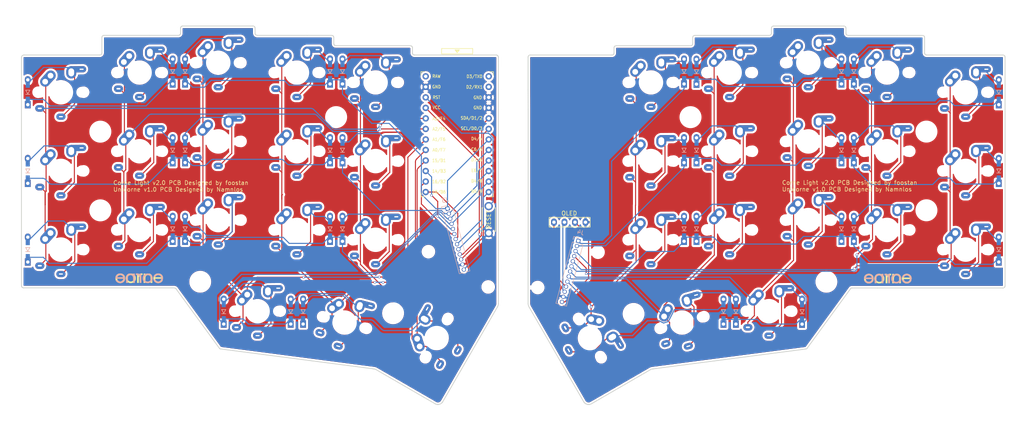
<source format=kicad_pcb>
(kicad_pcb (version 20211014) (generator pcbnew)
  (title_block (title "Unicorne") (date "2022-05-07") (rev "1.0") (company "Namnlos") (comment 1 "jan@namnlos.io"))
  (layers (0 "F.Cu" signal) (31 "B.Cu" signal) (34 "B.Paste" user) (35 "F.Paste" user) (36 "B.SilkS" user "B.Silkscreen") (37 "F.SilkS" user "F.Silkscreen") (38 "B.Mask" user) (39 "F.Mask" user) (44 "Edge.Cuts" user))
  (net 0 "")
  (net 1 "row0")
  (net 2 "Net-(D1-Pad2)")
  (net 3 "row1")
  (net 4 "Net-(D2-Pad2)")
  (net 5 "row2")
  (net 6 "Net-(D3-Pad2)")
  (net 7 "row3")
  (net 8 "Net-(D4-Pad2)")
  (net 9 "Net-(D5-Pad2)")
  (net 10 "Net-(D6-Pad2)")
  (net 11 "Net-(D7-Pad2)")
  (net 12 "Net-(D8-Pad2)")
  (net 13 "Net-(D9-Pad2)")
  (net 14 "Net-(D10-Pad2)")
  (net 15 "Net-(D11-Pad2)")
  (net 16 "Net-(D12-Pad2)")
  (net 17 "Net-(D13-Pad2)")
  (net 18 "Net-(D14-Pad2)")
  (net 19 "Net-(D15-Pad2)")
  (net 20 "Net-(D16-Pad2)")
  (net 21 "Net-(D17-Pad2)")
  (net 22 "Net-(D18-Pad2)")
  (net 23 "Net-(D19-Pad2)")
  (net 24 "Net-(D20-Pad2)")
  (net 25 "Net-(D21-Pad2)")
  (net 26 "GND")
  (net 27 "VCC")
  (net 28 "data")
  (net 29 "reset")
  (net 30 "SCL")
  (net 31 "SDA")
  (net 32 "col0r")
  (net 33 "col1r")
  (net 34 "col2r")
  (net 35 "col3r")
  (net 36 "col0l")
  (net 37 "col1l")
  (net 38 "Net-(D22-Pad2)")
  (net 39 "Net-(D23-Pad2)")
  (net 40 "Net-(D24-Pad2)")
  (net 41 "Net-(D25-Pad2)")
  (net 42 "Net-(D26-Pad2)")
  (net 43 "Net-(D27-Pad2)")
  (net 44 "Net-(D28-Pad2)")
  (net 45 "Net-(D29-Pad2)")
  (net 46 "Net-(D30-Pad2)")
  (net 47 "Net-(D31-Pad2)")
  (net 48 "Net-(D32-Pad2)")
  (net 49 "Net-(D33-Pad2)")
  (net 50 "Net-(D34-Pad2)")
  (net 51 "Net-(D35-Pad2)")
  (net 52 "Net-(D36-Pad2)")
  (net 53 "col2l")
  (net 54 "col3l")
  (net 55 "col4l")
  (net 58 "col4r")
  (net 59 "row0r")
  (net 60 "row1r")
  (net 61 "row2r")
  (net 62 "row3r")
  (footprint "kbd:keyswitch_cherrymx_alps_choc12_1u" (layer "F.Cu") (at 259.684847 45.920432)
    (fp_text reference "SW19")
    (fp_text value "SW_PUSH" hide)
  )
  (footprint "kbd:keyswitch_cherrymx_alps_choc12_1u" (layer "F.Cu") (at 240.684847 41.170432)
    (fp_text reference "SW20")
    (fp_text value "SW_PUSH" hide)
  )
  (footprint "kbd:keyswitch_cherrymx_alps_choc12_1u" (layer "F.Cu") (at 221.684847 38.795432)
    (fp_text reference "SW21")
    (fp_text value "SW_PUSH" hide)
  )
  (footprint "kbd:keyswitch_cherrymx_alps_choc12_1u" (layer "F.Cu") (at 202.684847 41.170432)
    (fp_text reference "SW22")
    (fp_text value "SW_PUSH" hide)
  )
  (footprint "kbd:keyswitch_cherrymx_alps_choc12_1u" (layer "F.Cu") (at 183.684847 43.545432)
    (fp_text reference "SW23")
    (fp_text value "SW_PUSH" hide)
  )
  (footprint "kbd:keyswitch_cherrymx_alps_choc12_1u" (layer "F.Cu") (at 259.684847 64.920432)
    (fp_text reference "SW24")
    (fp_text value "SW_PUSH" hide)
  )
  (footprint "kbd:keyswitch_cherrymx_alps_choc12_1u" (layer "F.Cu") (at 240.684847 60.170432)
    (fp_text reference "SW25")
    (fp_text value "SW_PUSH" hide)
  )
  (footprint "kbd:keyswitch_cherrymx_alps_choc12_1u" (layer "F.Cu") (at 221.684847 57.795432)
    (fp_text reference "SW26")
    (fp_text value "SW_PUSH" hide)
  )
  (footprint "kbd:keyswitch_cherrymx_alps_choc12_1u" (layer "F.Cu") (at 202.684847 60.170432)
    (fp_text reference "SW27")
    (fp_text value "SW_PUSH" hide)
  )
  (footprint "kbd:keyswitch_cherrymx_alps_choc12_1u" (layer "F.Cu") (at 183.684847 62.545432)
    (fp_text reference "SW28")
    (fp_text value "SW_PUSH" hide)
  )
  (footprint "kbd:keyswitch_cherrymx_alps_choc12_1u" (layer "F.Cu") (at 259.684847 83.920432)
    (fp_text reference "SW29")
    (fp_text value "SW_PUSH" hide)
  )
  (footprint "kbd:keyswitch_cherrymx_alps_choc12_1u" (layer "F.Cu") (at 240.684847 79.170432)
    (fp_text reference "SW30")
    (fp_text value "SW_PUSH" hide)
  )
  (footprint "kbd:keyswitch_cherrymx_alps_choc12_1u" (layer "F.Cu") (at 221.684847 76.795432)
    (fp_text reference "SW31")
    (fp_text value "SW_PUSH" hide)
  )
  (footprint "kbd:keyswitch_cherrymx_alps_choc12_1u" (layer "F.Cu") (at 202.684847 79.170432)
    (fp_text reference "SW32")
    (fp_text value "SW_PUSH" hide)
  )
  (footprint "kbd:keyswitch_cherrymx_alps_choc12_1u" (layer "F.Cu") (at 212.184847 98.795432)
    (fp_text reference "SW34")
    (fp_text value "SW_PUSH" hide)
  )
  (footprint "kbd:keyswitch_cherrymx_alps_choc12_1u" (layer "F.Cu") (at 191.184847 101.545432 15)
    (fp_text reference "SW35")
    (fp_text value "SW_PUSH" hide)
  )
  (footprint "kbd:keyswitch_cherrymx_alps_choc12_1u" (layer "F.Cu") (at 183.684847 81.545432)
    (fp_text reference "SW33")
    (fp_text value "SW_PUSH" hide)
  )
  (footprint "kbd:ProMicro_v3" (layer "F.Cu") (at 136.8925 56.56)
    (fp_text reference "U1" hide)
    (fp_text value "ProMicro" hide)
  )
  (footprint "kbd:keyswitch_cherrymx_alps_choc12_1u" (layer "F.Cu") (at 117.1875 43.545)
    (fp_text reference "SW5")
    (fp_text value "SW_PUSH" hide)
  )
  (footprint "kbd:keyswitch_cherrymx_alps_choc12_1u" (layer "F.Cu") (at 98.1875 41.17)
    (fp_text reference "SW4")
    (fp_text value "SW_PUSH" hide)
  )
  (footprint "kbd:keyswitch_cherrymx_alps_choc12_1u" (layer "F.Cu") (at 79.1875 38.795)
    (fp_text reference "SW3")
    (fp_text value "SW_PUSH" hide)
  )
  (footprint "kbd:keyswitch_cherrymx_alps_choc12_1u" (layer "F.Cu") (at 60.1875 41.17)
    (fp_text reference "SW2")
    (fp_text value "SW_PUSH" hide)
  )
  (footprint "kbd:keyswitch_cherrymx_alps_choc12_1u" (layer "F.Cu") (at 41.1875 45.92)
    (fp_text reference "SW1")
    (fp_text value "SW_PUSH" hide)
  )
  (footprint "kbd:keyswitch_cherrymx_alps_choc12_1u" (layer "F.Cu") (at 117.1875 81.545)
    (fp_text reference "SW15")
    (fp_text value "SW_PUSH" hide)
  )
  (footprint "kbd:keyswitch_cherrymx_alps_choc12_1.5u" (layer "F.Cu") (at 131.9375 105.295 60)
    (fp_text reference "SW18")
    (fp_text value "SW_PUSH" hide)
  )
  (footprint "kbd:keyswitch_cherrymx_alps_choc12_1u" (layer "F.Cu") (at 109.6875 101.545 -15)
    (fp_text reference "SW17")
    (fp_text value "SW_PUSH" hide)
  )
  (footprint "kbd:keyswitch_cherrymx_alps_choc12_1u" (layer "F.Cu") (at 88.6875 98.795)
    (fp_text reference "SW16")
    (fp_text value "SW_PUSH" hide)
  )
  (footprint "kbd:keyswitch_cherrymx_alps_choc12_1u" (layer "F.Cu") (at 98.1875 79.17)
    (fp_text reference "SW14")
    (fp_text value "SW_PUSH" hide)
  )
  (footprint "kbd:keyswitch_cherrymx_alps_choc12_1u" (layer "F.Cu") (at 79.1875 76.795)
    (fp_text reference "SW13")
    (fp_text value "SW_PUSH" hide)
  )
  (footprint "kbd:keyswitch_cherrymx_alps_choc12_1u" (layer "F.Cu") (at 60.1875 79.17)
    (fp_text reference "SW12")
    (fp_text value "SW_PUSH" hide)
  )
  (footprint "kbd:keyswitch_cherrymx_alps_choc12_1u" (layer "F.Cu") (at 41.1875 83.92)
    (fp_text reference "SW11")
    (fp_text value "SW_PUSH" hide)
  )
  (footprint "kbd:keyswitch_cherrymx_alps_choc12_1u" (layer "F.Cu") (at 117.1875 62.545)
    (fp_text reference "SW10")
    (fp_text value "SW_PUSH" hide)
  )
  (footprint "kbd:keyswitch_cherrymx_alps_choc12_1u" (layer "F.Cu") (at 98.1875 60.17)
    (fp_text reference "SW9")
    (fp_text value "SW_PUSH" hide)
  )
  (footprint "kbd:keyswitch_cherrymx_alps_choc12_1u" (layer "F.Cu") (at 79.1875 57.795)
    (fp_text reference "SW8")
    (fp_text value "SW_PUSH" hide)
  )
  (footprint "kbd:keyswitch_cherrymx_alps_choc12_1u" (layer "F.Cu") (at 60.1875 60.17)
    (fp_text reference "SW7")
    (fp_text value "SW_PUSH" hide)
  )
  (footprint "kbd:keyswitch_cherrymx_alps_choc12_1u" (layer "F.Cu") (at 41.1875 64.92)
    (fp_text reference "SW6")
    (fp_text value "SW_PUSH" hide)
  )
  (footprint "kbd:thread_m2" (layer "F.Cu") (at 156.330847 93.085432)
    (fp_text reference "Ref**" hide)
    (fp_text value "Val**" hide)
  )
  (footprint "kbd:thread_m2" (layer "F.Cu") (at 170.889847 84.542432)
    (fp_text reference "Ref**" hide)
    (fp_text value "Val**" hide)
  )
  (footprint "kbd:keyswitch_cherrymx_alps_choc12_1.5u" (layer "F.Cu") (at 168.934847 105.295432 -60)
    (fp_text reference "SW36")
    (fp_text value "SW_PUSH" hide)
  )
  (footprint "kbd:ResetSW_1side" (layer "F.Cu") (at 144.5045 76.671 90)
    (fp_text reference "RSW1" hide)
    (fp_text value "SW_PUSH")
  )
  (footprint "kbd:OLED_1side" (layer "F.Cu") (at 160.2575 77.31)
    (fp_text reference "J0")
    (fp_text value "OLED" hide)
  )
  (footprint "kbd:corne-logo-horizontal" (layer "F.Cu") (at 60.2175 90.93)
    (fp_text reference "G***" hide)
    (fp_text value "LOGO" hide)
  )
  (footprint "kbd:corne-logo-horizontal" (layer "F.Cu") (at 240.9975 91.01)
    (fp_text reference "G***" hide)
    (fp_text value "LOGO" hide)
  )
  (footprint "kbd:D3_TH" (layer "B.Cu") (at 232.684847 78.920432 90)
    (fp_text reference "D30" hide)
    (fp_text value "D" hide)
  )
  (footprint "kbd:D3_TH" (layer "B.Cu") (at 229.684847 78.915432 90)
    (fp_text reference "D31" hide)
    (fp_text value "D" hide)
  )
  (footprint "kbd:D3_TH" (layer "B.Cu") (at 194.684847 78.920432 90)
    (fp_text reference "D32" hide)
    (fp_text value "D" hide)
  )
  (footprint "kbd:D3_TH" (layer "B.Cu") (at 191.684847 78.920432 90)
    (fp_text reference "D33" hide)
    (fp_text value "D" hide)
  )
  (footprint "kbd:D3_TH" (layer "B.Cu") (at 220.184847 98.930432 90)
    (fp_text reference "D34" hide)
    (fp_text value "D" hide)
  )
  (footprint "kbd:D3_TH" (layer "B.Cu") (at 204.194847 98.915432 90)
    (fp_text reference "D35" hide)
    (fp_text value "D" hide)
  )
  (footprint "kbd:D3_TH" (layer "B.Cu") (at 201.194847 98.915432 90)
    (fp_text reference "D36" hide)
    (fp_text value "D" hide)
  )
  (footprint "kbd:D3_TH" (layer "B.Cu") (at 267.684847 45.920432 90)
    (fp_text reference "D19" hide)
    (fp_text value "D" hide)
  )
  (footprint "kbd:D3_TH" (layer "B.Cu") (at 232.684847 40.920432 90)
    (fp_text reference "D20" hide)
    (fp_text value "D" hide)
  )
  (footprint "kbd:D3_TH" (layer "B.Cu") (at 229.684847 40.915432 90)
    (fp_text reference "D21" hide)
    (fp_text value "D" hide)
  )
  (footprint "kbd:D3_TH" (layer "B.Cu") (at 191.684847 40.920432 90)
    (fp_text reference "D23" hide)
    (fp_text value "D" hide)
  )
  (footprint "kbd:D3_TH" (layer "B.Cu") (at 267.684847 64.920432 90)
    (fp_text reference "D24" hide)
    (fp_text value "D" hide)
  )
  (footprint "kbd:D3_TH" (layer "B.Cu") (at 232.684847 59.920432 90)
    (fp_text reference "D25" hide)
    (fp_text value "D" hide)
  )
  (footprint "kbd:D3_TH" (layer "B.Cu") (at 229.684847 59.915432 90)
    (fp_text reference "D26" hide)
    (fp_text value "D" hide)
  )
  (footprint "kbd:D3_TH" (layer "B.Cu") (at 194.684847 59.920432 90)
    (fp_text reference "D27" hide)
    (fp_text value "D" hide)
  )
  (footprint "kbd:D3_TH" (layer "B.Cu") (at 33.1875 83.92 90)
    (fp_text reference "D11" hide)
    (fp_text value "D" hide)
  )
  (footprint "kbd:D3_TH" (layer "B.Cu") (at 33.1875 64.92 90)
    (fp_text reference "D6" hide)
    (fp_text value "D" hide)
  )
  (footprint "kbd:D3_TH" (layer "B.Cu") (at 33.1875 45.92 90)
    (fp_text reference "D1" hide)
    (fp_text value "D" hide)
  )
  (footprint "kbd:D3_TH" (layer "B.Cu") (at 191.684847 59.920432 90)
    (fp_text reference "D28" hide)
    (fp_text value "D" hide)
  )
  (footprint "kbd:D3_TH" (layer "B.Cu") (at 99.6875 98.905 90)
    (fp_text reference "D18" hide)
    (fp_text value "D" hide)
  )
  (footprint "kbd:D3_TH" (layer "B.Cu") (at 96.6875 98.905 90)
    (fp_text reference "D17" hide)
    (fp_text value "D" hide)
  )
  (footprint "kbd:D3_TH" (layer "B.Cu") (at 80.5075 98.91 90)
    (fp_text reference "D16" hide)
    (fp_text value "D" hide)
  )
  (footprint "kbd:D3_TH" (layer "B.Cu") (at 109.1875 78.92 90)
    (fp_text reference "D15" hide)
    (fp_text value "D" hide)
  )
  (footprint "kbd:D3_TH" (layer "B.Cu") (at 106.1875 78.92 90)
    (fp_text reference "D14" hide)
    (fp_text value "D" hide)
  )
  (footprint "kbd:D3_TH" (layer "B.Cu") (at 71.1875 78.915 90)
    (fp_text reference "D13" hide)
    (fp_text value "D" hide)
  )
  (footprint "kbd:D3_TH" (layer "B.Cu") (at 68.1875 78.92 90)
    (fp_text reference "D12" hide)
    (fp_text value "D" hide)
  )
  (footprint "kbd:D3_TH" (layer "B.Cu") (at 109.1875 59.92 90)
    (fp_text reference "D10" hide)
    (fp_text value "D" hide)
  )
  (footprint "kbd:D3_TH" (layer "B.Cu") (at 106.1875 59.92 90)
    (fp_text reference "D9" hide)
    (fp_text value "D" hide)
  )
  (footprint "kbd:D3_TH" (layer "B.Cu") (at 71.1875 59.915 90)
    (fp_text reference "D8" hide)
    (fp_text value "D" hide)
  )
  (footprint "kbd:D3_TH" (layer "B.Cu") (at 68.1875 59.92 90)
    (fp_text reference "D7" hide)
    (fp_text value "D" hide)
  )
  (footprint "kbd:D3_TH" (layer "B.Cu") (at 109.1875 40.92 90)
    (fp_text reference "D5" hide)
    (fp_text value "D" hide)
  )
  (footprint "kbd:D3_TH" (layer "B.Cu") (at 106.1875 40.92 90)
    (fp_text reference "D4" hide)
    (fp_text value "D" hide)
  )
  (footprint "kbd:D3_TH" (layer "B.Cu") (at 71.1875 40.915 90)
    (fp_text reference "D3" hide)
    (fp_text value "D" hide)
  )
  (footprint "kbd:D3_TH" (layer "B.Cu") (at 68.1875 40.92 90)
    (fp_text reference "D2" hide)
    (fp_text value "D" hide)
  )
  (footprint "kbd:D3_TH" (layer "B.Cu") (at 267.684847 83.920432 90)
    (fp_text reference "D29" hide)
    (fp_text value "D" hide)
  )
  (footprint "kbd:spacer_m2" (layer "B.Cu") (at 107.6505 51.9305 180)
    (fp_text reference "Ref**" hide)
    (fp_text value "Val**" hide)
  )
  (footprint "kbd:spacer_m2" (layer "B.Cu") (at 74.8395 91.6855 180)
    (fp_text reference "Ref**" hide)
    (fp_text value "Val**" hide)
  )
  (footprint "kbd:spacer_m2" (layer "B.Cu") (at 121.4055 99.3 180)
    (fp_text reference "Ref**" hide)
    (fp_text value "Val**" hide)
  )
  (footprint "kbd:thread_m2" (layer "B.Cu") (at 129.9445 84.419 180)
    (fp_text reference "Ref**" hide)
    (fp_text value "Val**" hide)
  )
  (footprint "kbd:thread_m2" (layer "B.Cu") (at 144.3765 92.94 180)
    (fp_text reference "Ref**" hide)
    (fp_text value "Val**" hide)
  )
  (footprint "kbd:spacer_m2" (layer "B.Cu") (at 193.235847 51.936932 180)
    (fp_text reference "Ref**" hide)
    (fp_text value "Val**" hide)
  )
  (footprint "kbd:spacer_m2" (layer "B.Cu") (at 179.485847 99.446932 180)
    (fp_text reference "Ref**" hide)
    (fp_text value "Val**" hide)
  )
  (footprint "kbd:spacer_m2" (layer "B.Cu") (at 226.055847 91.696932 180)
    (fp_text reference "Ref**" hide)
    (fp_text value "Val**" hide)
  )
  (footprint "kbd:corne-logo-horizontal" (layer "B.Cu") (at 59.9875 90.93 180)
    (fp_text reference "G***" hide)
    (fp_text value "LOGO" hide)
  )
  (footprint "kbd:corne-logo-horizontal" (layer "B.Cu") (at 240.7675 91.01 180)
    (fp_text reference "G***" hide)
    (fp_text value "LOGO" hide)
  )
  (footprint "kbd:spacer_m2" (layer "B.Cu") (at 50.7125 74.445 180)
    (fp_text reference "Ref**" hide)
    (fp_text value "Val**" hide)
  )
  (footprint "kbd:spacer_m2" (layer "B.Cu") (at 50.7125 55.445 180)
    (fp_text reference "Ref**" hide)
    (fp_text value "Val**" hide)
  )
  (footprint "kbd:spacer_m2" (layer "B.Cu") (at 250.2125 74.426932 180)
    (fp_text reference "Ref**" hide)
    (fp_text value "Val**" hide)
  )
  (footprint "kbd:spacer_m2" (layer "B.Cu") (at 250.2125 55.426932 180)
    (fp_text reference "Ref**" hide)
    (fp_text value "Val**" hide)
  )
  (footprint "Connector_PinSocket_1.27mm:PinSocket_1x13_P1.27mm_Vertical" (layer "B.Cu") (at 134.552756 74.022886 -165)
    (fp_text reference "J3")
    (fp_text value "Conn_01x13")
  )
  (footprint "Connector_PinSocket_1.27mm:PinSocket_1x13_P1.27mm_Vertical" (layer "B.Cu") (at 166.134948 81.833145 165)
    (fp_text reference "J4")
    (fp_text value "Conn_01x13")
  )
  (footprint "kbd:D3_TH" (layer "B.Cu") (at 194.6789 40.9678 90)
    (fp_text reference "D22" hide)
    (fp_text value "D" hide)
  )
  (gr_line (start 268.70212 93.187882) (end 268.70212 93.187882) (layer "Edge.Cuts") (width 0.2))
  (gr_line (start 31.98301 93.12416) (end 32.15319 93.15464) (layer "Edge.Cuts") (width 0.2))
  (gr_line (start 221.022679 107.937647) (end 184.352736 112.707763) (layer "Edge.Cuts") (width 0.2))
  (gr_line (start 268.86976 93.157402) (end 268.70212 93.187882) (layer "Edge.Cuts") (width 0.2))
  (gr_line (start 146.834433 88.923) (end 146.8253 84.1478) (layer "Edge.Cuts") (width 0.2))
  (gr_line (start 154.022627 45.2858) (end 154.0389 50.061) (layer "Edge.Cuts") (width 0.2))
  (gr_line (start 230.87279 31.986642) (end 230.80167 31.854563) (layer "Edge.Cuts") (width 0.2))
  (gr_line (start 69.986809 31.979022) (end 70.055389 31.849483) (layer "Edge.Cuts") (width 0.2))
  (gr_line (start 79.834379 107.930027) (end 116.504323 112.700143) (layer "Edge.Cuts") (width 0.2))
  (gr_line (start 133.324186 120.792575) (end 133.380066 120.716375) (layer "Edge.Cuts") (width 0.2))
  (gr_line (start 88.58467 32.179682) (end 88.58467 32.179682) (layer "Edge.Cuts") (width 0.2))
  (gr_line (start 70.283988 30.030844) (end 70.184928 30.132444) (layer "Edge.Cuts") (width 0.2))
  (gr_line (start 62.636056 32.179682) (end 51.584527 32.179682) (layer "Edge.Cuts") (width 0.2))
  (gr_line (start 106.585632 32.179682) (end 100.636958 32.179682) (layer "Edge.Cuts") (width 0.2))
  (gr_line (start 175.272245 34.68666) (end 193.273207 34.68666) (layer "Edge.Cuts") (width 0.2))
  (gr_line (start 231.919269 93.332662) (end 221.375739 107.790328) (layer "Edge.Cuts") (width 0.2))
  (gr_line (start 167.479532 120.723995) (end 167.474452 120.718915) (layer "Edge.Cuts") (width 0.2))
  (gr_line (start 88.41703 32.151742) (end 88.58467 32.179682) (layer "Edge.Cuts") (width 0.2))
  (gr_line (start 146.834433 37.429857) (end 146.803953 37.259677) (layer "Edge.Cuts") (width 0.2))
  (gr_line (start 117.159642 112.829683) (end 117.002162 112.786503) (layer "Edge.Cuts") (width 0.2))
  (gr_line (start 183.854896 112.794123) (end 184.019996 112.756023) (layer "Edge.Cuts") (width 0.2))
  (gr_line (start 168.277092 121.290414) (end 168.122152 121.239614) (layer "Edge.Cuts") (width 0.2))
  (gr_arc (start 51.084147 32.680062) (mid 51.232813 32.328348) (end 51.584527 32.179682) (layer "Edge.Cuts") (width 0.2))
  (gr_line (start 125.584814 34.67904) (end 107.583851 34.67904) (layer "Edge.Cuts") (width 0.2))
  (gr_line (start 221.114119 107.930027) (end 221.022679 107.937647) (layer "Edge.Cuts") (width 0.2))
  (gr_arc (start 193.773586 34.18628) (mid 193.627029 34.540102) (end 193.273207 34.68666) (layer "Edge.Cuts") (width 0.2))
  (gr_line (start 117.159642 112.829683) (end 131.454748 121.092294) (layer "Edge.Cuts") (width 0.2))
  (gr_line (start 70.085868 30.429624) (end 70.085868 30.429624) (layer "Edge.Cuts") (width 0.2))
  (gr_line (start 116.837062 112.748403) (end 116.664342 112.720463) (layer "Edge.Cuts") (width 0.2))
  (gr_line (start 250.103111 36.906618) (end 249.971031 36.835498) (layer "Edge.Cuts") (width 0.2))
  (gr_arc (start 193.773586 32.687682) (mid 193.920059 32.333775) (end 194.273966 32.187302) (layer "Edge.Cuts") (width 0.2))
  (gr_line (start 32.15319 93.15464) (end 32.15319 93.15464) (layer "Edge.Cuts") (width 0.2))
  (gr_line (start 268.8723 36.967578) (end 269.00184 37.038697) (layer "Edge.Cuts") (width 0.2))
  (gr_line (start 79.745479 107.922407) (end 79.834379 107.930027) (layer "Edge.Cuts") (width 0.2))
  (gr_line (start 184.192716 112.728083) (end 184.352736 112.707763) (layer "Edge.Cuts") (width 0.2))
  (gr_line (start 238.396262 93.187882) (end 268.70212 93.187882) (layer "Edge.Cuts") (width 0.2))
  (gr_line (start 126.415393 36.901538) (end 126.585573 36.929478) (layer "Edge.Cuts") (width 0.2))
  (gr_line (start 79.481319 107.782708) (end 79.595619 107.869068) (layer "Edge.Cuts") (width 0.2))
  (gr_arc (start 31.659585 37.5642) (mid 31.82814 37.114514) (end 32.2713 36.929478) (layer "Edge.Cuts") (width 0.2))
  (gr_arc (start 51.084147 36.429098) (mid 50.93759 36.78292) (end 50.583768 36.929478) (layer "Edge.Cuts") (width 0.2))
  (gr_line (start 146.501693 36.959958) (end 146.334053 36.929478) (layer "Edge.Cuts") (width 0.2))
  (gr_line (start 269.10344 37.137757) (end 269.17202 37.269837) (layer "Edge.Cuts") (width 0.2))
  (gr_line (start 230.80167 31.854563) (end 230.77373 31.684383) (layer "Edge.Cuts") (width 0.2))
  (gr_line (start 146.732833 37.130137) (end 146.633773 37.028537) (layer "Edge.Cuts") (width 0.2))
  (gr_line (start 87.883631 30.028304) (end 87.754091 29.959724) (layer "Edge.Cuts") (width 0.2))
  (gr_line (start 249.871971 36.736438) (end 249.800851 36.604358) (layer "Edge.Cuts") (width 0.2))
  (gr_line (start 70.113808 30.261984) (end 70.085868 30.429624) (layer "Edge.Cuts") (width 0.2))
  (gr_line (start 88.114771 31.852023) (end 88.185891 31.981562) (layer "Edge.Cuts") (width 0.2))
  (gr_line (start 31.652811 92.654261) (end 31.659585 37.5642) (layer "Edge.Cuts") (width 0.2))
  (gr_line (start 169.140691 121.237074) (end 168.988291 121.287874) (layer "Edge.Cuts") (width 0.2))
  (gr_line (start 230.27335 29.934324) (end 230.44353 29.967344) (layer "Edge.Cuts") (width 0.2))
  (gr_line (start 146.803953 37.259677) (end 146.732833 37.130137) (layer "Edge.Cuts") (width 0.2))
  (gr_line (start 167.540492 120.807815) (end 167.479532 120.723995) (layer "Edge.Cuts") (width 0.2))
  (gr_line (start 193.773586 34.18628) (end 193.773586 32.687682) (layer "Edge.Cuts") (width 0.2))
  (gr_line (start 126.115673 36.601818) (end 126.184253 36.731358) (layer "Edge.Cuts") (width 0.2))
  (gr_line (start 174.975065 34.78572) (end 175.104605 34.71714) (layer "Edge.Cuts") (width 0.2))
  (gr_arc (start 212.772768 31.684383) (mid 212.626363 32.039104) (end 212.272388 32.187302) (layer "Edge.Cuts") (width 0.2))
  (gr_line (start 107.286672 34.57998) (end 107.416212 34.6511) (layer "Edge.Cuts") (width 0.2))
  (gr_line (start 79.595619 107.869068) (end 79.745479 107.922407) (layer "Edge.Cuts") (width 0.2))
  (gr_line (start 154.0389 84.1478) (end 154.0389 50.061) (layer "Edge.Cuts") (width 0.2))
  (gr_line (start 146.334053 36.929478) (end 126.585573 36.929478) (layer "Edge.Cuts") (width 0.2))
  (gr_line (start 68.67363 93.187882) (end 68.58473 93.16) (layer "Edge.Cuts") (width 0.2))
  (gr_line (start 146.8253 45.2858) (end 146.8253 50.061) (layer "Edge.Cuts") (width 0.2))
  (gr_line (start 269.2025 92.684963) (end 269.17202 92.857682) (layer "Edge.Cuts") (width 0.2))
  (gr_line (start 146.8253 50.061) (end 146.8253 84.1478) (layer "Edge.Cuts") (width 0.2))
  (gr_line (start 230.44353 29.967344) (end 230.57307 30.038464) (layer "Edge.Cuts") (width 0.2))
  (gr_line (start 88.084291 30.429624) (end 88.056351 30.259444) (layer "Edge.Cuts") (width 0.2))
  (gr_line (start 269.17202 37.269837) (end 269.2025 37.437477) (layer "Edge.Cuts") (width 0.2))
  (gr_line (start 230.57307 30.038464) (end 230.67213 30.137524) (layer "Edge.Cuts") (width 0.2))
  (gr_line (start 69.585489 32.179682) (end 69.755669 32.151742) (layer "Edge.Cuts") (width 0.2))
  (gr_line (start 68.93779 93.327582) (end 68.82095 93.241222) (layer "Edge.Cuts") (width 0.2))
  (gr_line (start 250.273291 36.937098) (end 268.70212 36.937098) (layer "Edge.Cuts") (width 0.2))
  (gr_line (start 174.802345 35.016859) (end 174.873465 34.88732) (layer "Edge.Cuts") (width 0.2))
  (gr_line (start 230.77373 30.437244) (end 230.77373 31.684383) (layer "Edge.Cuts") (width 0.2))
  (gr_line (start 106.882812 32.278742) (end 106.753272 32.210162) (layer "Edge.Cuts") (width 0.2))
  (gr_line (start 69.585489 32.179682) (end 62.636056 32.179682) (layer "Edge.Cuts") (width 0.2))
  (gr_line (start 107.086012 34.1812) (end 107.113952 34.35138) (layer "Edge.Cuts") (width 0.2))
  (gr_line (start 131.718908 121.229454) (end 131.871307 121.280254) (layer "Edge.Cuts") (width 0.2))
  (gr_line (start 133.380066 120.716375) (end 133.382606 120.711295) (layer "Edge.Cuts") (width 0.2))
  (gr_line (start 70.085868 30.429624) (end 70.085868 31.679303) (layer "Edge.Cuts") (width 0.2))
  (gr_line (start 51.084147 32.680062) (end 51.084147 36.429098) (layer "Edge.Cuts") (width 0.2))
  (gr_line (start 107.055532 32.509882) (end 106.984412 32.380342) (layer "Edge.Cuts") (width 0.2))
  (gr_line (start 132.879686 121.165954) (end 133.004146 121.092294) (layer "Edge.Cuts") (width 0.2))
  (gr_line (start 213.273147 29.934324) (end 230.27335 29.934324) (layer "Edge.Cuts") (width 0.2))
  (gr_line (start 167.741152 121.016095) (end 167.637012 120.917035) (layer "Edge.Cuts") (width 0.2))
  (gr_line (start 125.884533 34.78064) (end 125.752454 34.70952) (layer "Edge.Cuts") (width 0.2))
  (gr_line (start 269.00184 37.038697) (end 269.10344 37.137757) (layer "Edge.Cuts") (width 0.2))
  (gr_line (start 249.442711 32.217782) (end 249.572251 32.288902) (layer "Edge.Cuts") (width 0.2))
  (gr_line (start 68.58473 93.16) (end 62.625896 93.16) (layer "Edge.Cuts") (width 0.2))
  (gr_line (start 232.272328 93.187882) (end 238.396262 93.187882) (layer "Edge.Cuts") (width 0.2))
  (gr_line (start 184.019996 112.756023) (end 184.192716 112.728083) (layer "Edge.Cuts") (width 0.2))
  (gr_line (start 221.261439 107.876688) (end 221.114119 107.930027) (layer "Edge.Cuts") (width 0.2))
  (gr_line (start 269.17202 92.857682) (end 269.1009 92.987222) (layer "Edge.Cuts") (width 0.2))
  (gr_line (start 146.8253 45.2858) (end 146.834433 37.429857) (layer "Edge.Cuts") (width 0.2))
  (gr_line (start 212.272388 32.187302) (end 212.272388 32.187302) (layer "Edge.Cuts") (width 0.2))
  (gr_line (start 107.086012 34.1812) (end 107.086012 32.680062) (layer "Edge.Cuts") (width 0.2))
  (gr_line (start 249.673851 32.387962) (end 249.744971 32.520042) (layer "Edge.Cuts") (width 0.2))
  (gr_line (start 174.672805 36.738978) (end 174.571205 36.838038) (layer "Edge.Cuts") (width 0.2))
  (gr_line (start 132.226907 121.328514) (end 132.414867 121.315814) (layer "Edge.Cuts") (width 0.2))
  (gr_line (start 133.126066 120.998315) (end 133.230206 120.901795) (layer "Edge.Cuts") (width 0.2))
  (gr_line (start 168.820651 121.320894) (end 168.632691 121.336134) (layer "Edge.Cuts") (width 0.2))
  (gr_line (start 106.753272 32.210162) (end 106.585632 32.179682) (layer "Edge.Cuts") (width 0.2))
  (gr_line (start 168.632691 121.336134) (end 168.444731 121.323434) (layer "Edge.Cuts") (width 0.2))
  (gr_line (start 70.413528 29.959724) (end 70.283988 30.030844) (layer "Edge.Cuts") (width 0.2))
  (gr_line (start 168.122152 121.239614) (end 167.984992 121.176114) (layer "Edge.Cuts") (width 0.2))
  (gr_line (start 183.697416 112.837303) (end 183.854896 112.794123) (layer "Edge.Cuts") (width 0.2))
  (gr_line (start 107.086012 32.680062) (end 107.055532 32.509882) (layer "Edge.Cuts") (width 0.2))
  (gr_line (start 269.1009 92.987222) (end 268.9993 93.088822) (layer "Edge.Cuts") (width 0.2))
  (gr_line (start 126.184253 36.731358) (end 126.285853 36.830418) (layer "Edge.Cuts") (width 0.2))
  (gr_arc (start 212.772768 30.434704) (mid 212.924405 30.085962) (end 213.273147 29.934324) (layer "Edge.Cuts") (width 0.2))
  (gr_line (start 174.873465 34.88732) (end 174.975065 34.78572) (layer "Edge.Cuts") (width 0.2))
  (gr_line (start 230.74325 30.267064) (end 230.77373 30.437244) (layer "Edge.Cuts") (width 0.2))
  (gr_line (start 87.583911 29.929244) (end 70.583708 29.929244) (layer "Edge.Cuts") (width 0.2))
  (gr_line (start 117.002162 112.786503) (end 116.837062 112.748403) (layer "Edge.Cuts") (width 0.2))
  (gr_line (start 70.055389 31.849483) (end 70.085868 31.679303) (layer "Edge.Cuts") (width 0.2))
  (gr_line (start 249.772911 32.687682) (end 249.772911 36.436718) (layer "Edge.Cuts") (width 0.2))
  (gr_line (start 167.857992 121.102454) (end 167.741152 121.016095) (layer "Edge.Cuts") (width 0.2))
  (gr_line (start 131.871307 121.280254) (end 132.038947 121.315814) (layer "Edge.Cuts") (width 0.2))
  (gr_line (start 230.97185 32.085702) (end 230.87279 31.986642) (layer "Edge.Cuts") (width 0.2))
  (gr_line (start 125.983593 34.8797) (end 125.884533 34.78064) (layer "Edge.Cuts") (width 0.2))
  (gr_line (start 88.284951 32.080622) (end 88.41703 32.151742) (layer "Edge.Cuts") (width 0.2))
  (gr_line (start 167.474452 120.718915) (end 154.248685 97.785277) (layer "Edge.Cuts") (width 0.2))
  (gr_line (start 231.274109 32.187302) (end 243.146058 32.187302) (layer "Edge.Cuts") (width 0.2))
  (gr_line (start 87.754091 29.959724) (end 87.583911 29.929244) (layer "Edge.Cuts") (width 0.2))
  (gr_line (start 249.572251 32.288902) (end 249.673851 32.387962) (layer "Edge.Cuts") (width 0.2))
  (gr_line (start 249.272532 32.187302) (end 249.442711 32.217782) (layer "Edge.Cuts") (width 0.2))
  (gr_line (start 126.285853 36.830418) (end 126.415393 36.901538) (layer "Edge.Cuts") (width 0.2))
  (gr_line (start 174.771865 35.187039) (end 174.771865 36.436718) (layer "Edge.Cuts") (width 0.2))
  (gr_line (start 230.77373 30.437244) (end 230.77373 30.437244) (layer "Edge.Cuts") (width 0.2))
  (gr_line (start 212.772768 31.684383) (end 212.772768 30.434704) (layer "Edge.Cuts") (width 0.2))
  (gr_line (start 231.103929 32.156822) (end 230.97185 32.085702) (layer "Edge.Cuts") (width 0.2))
  (gr_line (start 100.636958 32.179682) (end 88.58467 32.179682) (layer "Edge.Cuts") (width 0.2))
  (gr_line (start 230.67213 30.137524) (end 230.74325 30.267064) (layer "Edge.Cuts") (width 0.2))
  (gr_line (start 212.272388 32.187302) (end 205.236595 32.187302) (layer "Edge.Cuts") (width 0.2))
  (gr_line (start 125.752454 34.70952) (end 125.584814 34.67904) (layer "Edge.Cuts") (width 0.2))
  (gr_line (start 269.2025 37.437477) (end 269.2025 92.684963) (layer "Edge.Cuts") (width 0.2))
  (gr_line (start 132.038947 121.315814) (end 132.226907 121.328514) (layer "Edge.Cuts") (width 0.2))
  (gr_line (start 133.004146 121.092294) (end 133.126066 120.998315) (layer "Edge.Cuts") (width 0.2))
  (gr_line (start 249.744971 32.520042) (end 249.772911 32.687682) (layer "Edge.Cuts") (width 0.2))
  (gr_line (start 31.652811 92.654261) (end 31.680751 92.82444) (layer "Edge.Cuts") (width 0.2))
  (gr_line (start 126.585573 36.929478) (end 126.585573 36.929478) (layer "Edge.Cuts") (width 0.2))
  (gr_line (start 183.697416 112.837303) (end 169.40485 121.097374) (layer "Edge.Cuts") (width 0.2))
  (gr_line (start 249.800851 36.604358) (end 249.772911 36.436718) (layer "Edge.Cuts") (width 0.2))
  (gr_line (start 107.113952 34.35138) (end 107.185072 34.48092) (layer "Edge.Cuts") (width 0.2))
  (gr_line (start 68.93779 93.327582) (end 79.481319 107.782708) (layer "Edge.Cuts") (width 0.2))
  (gr_line (start 174.441665 36.909158) (end 174.274026 36.937098) (layer "Edge.Cuts") (width 0.2))
  (gr_line (start 249.971031 36.835498) (end 249.871971 36.736438) (layer "Edge.Cuts") (width 0.2))
  (gr_line (start 168.988291 121.287874) (end 168.820651 121.320894) (layer "Edge.Cuts") (width 0.2))
  (gr_line (start 133.230206 120.901795) (end 133.324186 120.792575) (layer "Edge.Cuts") (width 0.2))
  (gr_line (start 132.582507 121.282794) (end 132.734907 121.231994) (layer "Edge.Cuts") (width 0.2))
  (gr_line (start 126.085193 35.179419) (end 126.054713 35.009239) (layer "Edge.Cuts") (width 0.2))
  (gr_line (start 88.185891 31.981562) (end 88.284951 32.080622) (layer "Edge.Cuts") (width 0.2))
  (gr_line (start 154.0389 84.1478) (end 154.022626 88.923) (layer "Edge.Cuts") (width 0.2))
  (gr_line (start 167.984992 121.176114) (end 167.857992 121.102454) (layer "Edge.Cuts") (width 0.2))
  (gr_arc (start 154.248685 97.785277) (mid 154.077788 97.363372) (end 154.022626 96.911518) (layer "Edge.Cuts") (width 0.2))
  (gr_line (start 269.2025 37.437477) (end 269.2025 37.437477) (layer "Edge.Cuts") (width 0.2))
  (gr_line (start 146.633773 37.028537) (end 146.501693 36.959958) (layer "Edge.Cuts") (width 0.2))
  (gr_line (start 133.382606 120.711295) (end 146.608373 97.777657) (layer "Edge.Cuts") (width 0.2))
  (gr_line (start 154.022626 96.911518) (end 154.022626 88.923) (layer "Edge.Cuts") (width 0.2))
  (gr_line (start 126.085193 36.429098) (end 126.115673 36.601818) (layer "Edge.Cuts") (width 0.2))
  (gr_line (start 88.084291 31.679303) (end 88.114771 31.852023) (layer "Edge.Cuts") (width 0.2))
  (gr_line (start 167.637012 120.917035) (end 167.540492 120.807815) (layer "Edge.Cuts") (width 0.2))
  (gr_line (start 107.185072 34.48092) (end 107.286672 34.57998) (layer "Edge.Cuts") (width 0.2))
  (gr_line (start 168.444731 121.323434) (end 168.277092 121.290414) (layer "Edge.Cuts") (width 0.2))
  (gr_line (start 132.734907 121.231994) (end 132.879686 121.165954) (layer "Edge.Cuts") (width 0.2))
  (gr_line (start 131.579208 121.165954) (end 131.718908 121.229454) (layer "Edge.Cuts") (width 0.2))
  (gr_line (start 221.375739 107.790328) (end 221.261439 107.876688) (layer "Edge.Cuts") (width 0.2))
  (gr_line (start 250.273291 36.937098) (end 250.103111 36.906618) (layer "Edge.Cuts") (width 0.2))
  (gr_line (start 174.274026 36.937098) (end 174.274026 36.937098) (layer "Edge.Cuts") (width 0.2))
  (gr_line (start 175.104605 34.71714) (end 175.272245 34.68666) (layer "Edge.Cuts") (width 0.2))
  (gr_line (start 231.274109 32.187302) (end 231.103929 32.156822) (layer "Edge.Cuts") (width 0.2))
  (gr_line (start 69.755669 32.151742) (end 69.885209 32.080622) (layer "Edge.Cuts") (width 0.2))
  (gr_line (start 50.583768 36.929478) (end 32.2713 36.929478) (layer "Edge.Cuts") (width 0.2))
  (gr_arc (start 154.022627 37.434937) (mid 154.162527 37.075165) (end 154.523005 36.937098) (layer "Edge.Cuts") (width 0.2))
  (gr_line (start 268.70212 36.937098) (end 268.8723 36.967578) (layer "Edge.Cuts") (width 0.2))
  (gr_line (start 174.571205 36.838038) (end 174.441665 36.909158) (layer "Edge.Cuts") (width 0.2))
  (gr_line (start 126.054713 35.009239) (end 125.983593 34.8797) (layer "Edge.Cuts") (width 0.2))
  (gr_line (start 70.085868 31.679303) (end 70.085868 31.679303) (layer "Edge.Cuts") (width 0.2))
  (gr_line (start 174.771865 36.436718) (end 174.743925 36.609438) (layer "Edge.Cuts") (width 0.2))
  (gr_line (start 268.9993 93.088822) (end 268.86976 93.157402) (layer "Edge.Cuts") (width 0.2))
  (gr_line (start 32.15319 93.15464) (end 62.625896 93.16) (layer "Edge.Cuts") (width 0.2))
  (gr_line (start 174.743925 36.609438) (end 174.672805 36.738978) (layer "Edge.Cuts") (width 0.2))
  (gr_line (start 87.985231 30.129904) (end 87.883631 30.028304) (layer "Edge.Cuts") (width 0.2))
  (gr_line (start 31.853471 93.05558) (end 31.98301 93.12416) (layer "Edge.Cuts") (width 0.2))
  (gr_line (start 194.273966 32.187302) (end 205.236595 32.187302) (layer "Edge.Cuts") (width 0.2))
  (gr_arc (start 231.919269 93.332662) (mid 232.077235 93.21499) (end 232.272328 93.187882) (layer "Edge.Cuts") (width 0.2))
  (gr_line (start 169.40485 121.097374) (end 169.277851 121.173574) (layer "Edge.Cuts") (width 0.2))
  (gr_line (start 69.885209 32.080622) (end 69.986809 31.979022) (layer "Edge.Cuts") (width 0.2))
  (gr_line (start 169.277851 121.173574) (end 169.140691 121.237074) (layer "Edge.Cuts") (width 0.2))
  (gr_line (start 107.416212 34.6511) (end 107.583851 34.67904) (layer "Edge.Cuts") (width 0.2))
  (gr_line (start 70.583708 29.929244) (end 70.413528 29.959724) (layer "Edge.Cuts") (width 0.2))
  (gr_line (start 174.771865 35.187039) (end 174.802345 35.016859) (layer "Edge.Cuts") (width 0.2))
  (gr_line (start 154.523005 36.937098) (end 174.274026 36.937098) (layer "Edge.Cuts") (width 0.2))
  (gr_line (start 106.984412 32.380342) (end 106.882812 32.278742) (layer "Edge.Cuts") (width 0.2))
  (gr_line (start 249.772911 36.436718) (end 249.772911 36.436718) (layer "Edge.Cuts") (width 0.2))
  (gr_line (start 70.184928 30.132444) (end 70.113808 30.261984) (layer "Edge.Cuts") (width 0.2))
  (gr_line (start 31.751871 92.95398) (end 31.853471 93.05558) (layer "Edge.Cuts") (width 0.2))
  (gr_line (start 131.454748 121.092294) (end 131.579208 121.165954) (layer "Edge.Cuts") (width 0.2))
  (gr_line (start 68.82095 93.241222) (end 68.67363 93.187882) (layer "Edge.Cuts") (width 0.2))
  (gr_line (start 88.056351 30.259444) (end 87.985231 30.129904) (layer "Edge.Cuts") (width 0.2))
  (gr_line (start 132.414867 121.315814) (end 132.582507 121.282794) (layer "Edge.Cuts") (width 0.2))
  (gr_arc (start 146.834433 96.948348) (mid 146.785457 97.380461) (end 146.608373 97.777657) (layer "Edge.Cuts") (width 0.2))
  (gr_line (start 31.680751 92.82444) (end 31.751871 92.95398) (layer "Edge.Cuts") (width 0.2))
  (gr_line (start 146.834433 96.948348) (end 146.834433 88.923) (layer "Edge.Cuts") (width 0.2))
  (gr_line (start 154.022627 37.434937) (end 154.022627 45.2858) (layer "Edge.Cuts") (width 0.2))
  (gr_line (start 126.085193 35.179419) (end 126.085193 36.429098) (layer "Edge.Cuts") (width 0.2))
  (gr_line (start 116.664342 112.720463) (end 116.504323 112.700143) (layer "Edge.Cuts") (width 0.2))
  (gr_line (start 87.583911 29.929244) (end 87.583911 29.929244) (layer "Edge.Cuts") (width 0.2))
  (gr_line (start 88.084291 31.679303) (end 88.084291 30.429624) (layer "Edge.Cuts") (width 0.2))
  (gr_line (start 249.272532 32.187302) (end 243.146058 32.187302) (layer "Edge.Cuts") (width 0.2))
  (gr_text "Corne Light v2.0 PCB Designed by foostan\nUnicorne v1.0 PCB Designed by Namnlos" (at 215.2775 68.56) (layer "F.SilkS") (effects (font (size 1 1) (thickness 0.125)) (justify left)))
  (gr_text "Corne Light v2.0 PCB Designed by foostan\nUnicorne v1.0 PCB Designed by Namnlos" (at 53.7675 68.6) (layer "F.SilkS") (effects (font (size 1 1) (thickness 0.125)) (justify left)))
  (segment (start 120.441213 53.4416) (end 128.247389 61.247776) (width 0.25) (layer "B.Cu") (net 1))
  (segment (start 71.1875 43.915) (end 71.1875 42.69) (width 0.25) (layer "B.Cu") (net 1))
  (segment (start 128.247389 61.247776) (end 128.247389 70.538589) (width 0.25) (layer "B.Cu") (net 1))
  (segment (start 38.5745 49.214) (end 61.7685 49.214) (width 0.254) (layer "B.Cu") (net 1))
  (segment (start 61.7685 49.214) (end 68.3225 42.66) (width 0.254) (layer "B.Cu") (net 1))
  (segment (start 68.3225 42.66) (end 70.9475 42.66) (width 0.254) (layer "B.Cu") (net 1))
  (segment (start 131.731686 74.022886) (end 134.552756 74.022886) (width 0.25) (layer "B.Cu") (net 1))
  (segment (start 104.8835 44.224) (end 106.1975 42.91) (width 0.254) (layer "B.Cu") (net 1))
  (segment (start 33.1875 48.92) (end 33.1875 47.695) (width 0.25) (layer "B.Cu") (net 1))
  (segment (start 109.1875 43.92) (end 109.1875 42.695) (width 0.25) (layer "B.Cu") (net 1))
  (segment (start 75.8345 44.714) (end 77.4845 43.064) (width 0.254) (layer "B.Cu") (net 1))
  (segment (start 95.1345 43.064) (end 96.2945 44.224) (width 0.254) (layer "B.Cu") (net 1))
  (segment (start 128.247389 70.538589) (end 131.731686 74.022886) (width 0.25) (layer "B.Cu") (net 1))
  (segment (start 106.1875 43.92) (end 106.1875 42.695) (width 0.25) (layer "B.Cu") (net 1))
  (segment (start 70.9475 42.66) (end 73.0015 44.714) (width 0.254) (layer "B.Cu") (net 1))
  (segment (start 37.0205 47.66) (end 38.5745 49.214) (width 0.254) (layer "B.Cu") (net 1))
  (segment (start 144.5039 57.322) (end 134.552756 67.273144) (width 0.25) (layer "B.Cu") (net 1))
  (segment (start 96.2945 44.224) (end 104.8835 44.224) (width 0.254) (layer "B.Cu") (net 1))
  (segment (start 77.4845 43.064) (end 95.1345 43.064) (width 0.254) (layer "B.Cu") (net 1))
  (segment (start 116.2645 53.4416) (end 120.441213 53.4416) (width 0.25) (layer "B.Cu") (net 1))
  (segment (start 106.3225 42.91) (end 109.1875 42.91) (width 0.254) (layer "B.Cu") (net 1))
  (segment (start 134.552756 67.273144) (end 134.552756 74.022886) (width 0.25) (layer "B.Cu") (net 1))
  (segment (start 33.1975 47.66) (end 37.0205 47.66) (width 0.254) (layer "B.Cu") (net 1))
  (segment (start 109.1875 46.3646) (end 116.2645 53.4416) (width 0.25) (layer "B.Cu") (net 1))
  (segment (start 68.1875 43.92) (end 68.1875 42.695) (width 0.25) (layer "B.Cu") (net 1))
  (segment (start 109.1875 43.92) (end 109.1875 46.3646) (width 0.25) (layer "B.Cu") (net 1))
  (segment (start 73.0015 44.714) (end 75.8345 44.714) (width 0.254) (layer "B.Cu") (net 1))
  (segment (start 44.4945 48.763) (end 41.4375 51.82) (width 0.25) (layer "F.Cu") (net 2))
  (segment (start 44.4945 41.607) (end 44.4945 48.763) (width 0.25) (layer "F.Cu") (net 2))
  (segment (start 33.1875 42.92) (end 33.1875 44.145) (width 0.25) (layer "B.Cu") (net 2))
  (segment (start 37.0325 39.95) (end 33.1975 43.785) (width 0.254) (layer "B.Cu") (net 2))
  (segment (start 42.8375 39.95) (end 37.0325 39.95) (width 0.254) (layer "B.Cu") (net 2))
  (segment (start 43.7275 40.84) (end 42.8375 39.95) (width 0.254) (layer "B.Cu") (net 2))
  (segment (start 118.29378 74.47088) (end 133.062585 74.47088) (width 0.25) (layer "B.Cu") (net 3))
  (segment (start 109.1875 62.92) (end 109.1875 61.695) (width 0.25) (layer "B.Cu") (net 3))
  (segment (start 71.1875 62.915) (end 71.1875 61.69) (width 0.25) (layer "B.Cu") (net 3))
  (segment (start 94.997393 62.416893) (end 95.701607 63.121107) (width 0.254) (layer "B.Cu") (net 3))
  (segment (start 133.062585 74.47088) (end 133.841317 75.249612) (width 0.25) (layer "B.Cu") (net 3))
  (segment (start 39.022673 68.127959) (end 61.690327 68.127959) (width 0.254) (layer "B.Cu") (net 3))
  (segment (start 71.1975 61.91) (end 72.618607 63.331107) (width 0.254) (layer "B.Cu") (net 3))
  (segment (start 133.841317 75.249612) (end 134.881456 75.249612) (width 0.25) (layer "B.Cu") (net 3))
  (segment (start 78.018714 62.124) (end 94.290286 62.124) (width 0.254) (layer "B.Cu") (net 3))
  (segment (start 62.397434 67.835066) (end 68.154607 62.077893) (width 0.254) (layer "B.Cu") (net 3))
  (segment (start 33.256511 66.707989) (end 36.774275 66.707989) (width 0.254) (layer "B.Cu") (net 3))
  (segment (start 73.325714 63.624) (end 75.690286 63.624) (width 0.254) (layer "B.Cu") (net 3))
  (segment (start 109.1875 62.92) (end 109.1875 65.3646) (width 0.25) (layer "B.Cu") (net 3))
  (segment (start 141.631909 62.733991) (end 141.631909 68.499159) (width 0.25) (layer "B.Cu") (net 3))
  (segment (start 144.5039 59.862) (end 141.631909 62.733991) (width 0.25) (layer "B.Cu") (net 3))
  (segment (start 68.1875 62.92) (end 68.1875 61.695) (width 0.25) (layer "B.Cu") (net 3))
  (segment (start 141.631909 68.499159) (end 134.881456 75.249612) (width 0.25) (layer "B.Cu") (net 3))
  (segment (start 96.408714 63.414) (end 104.279286 63.414) (width 0.254) (layer "B.Cu") (net 3))
  (segment (start 37.481382 67.000882) (end 38.315566 67.835066) (width 0.254) (layer "B.Cu") (net 3))
  (segment (start 33.1875 67.92) (end 33.1875 66.695) (width 0.25) (layer "B.Cu") (net 3))
  (segment (start 68.861714 61.785) (end 71.1975 61.785) (width 0.254) (layer "B.Cu") (net 3))
  (segment (start 76.397393 63.331107) (end 77.311607 62.416893) (width 0.254) (layer "B.Cu") (net 3))
  (segment (start 104.986393 63.121107) (end 105.904607 62.202893) (width 0.254) (layer "B.Cu") (net 3))
  (segment (start 106.611714 61.91) (end 108.1875 61.91) (width 0.254) (layer "B.Cu") (net 3))
  (segment (start 109.1875 65.3646) (end 118.29378 74.47088) (width 0.25) (layer "B.Cu") (net 3))
  (segment (start 33.1875 67.92) (end 33.1875 66.777) (width 0.254) (layer "B.Cu") (net 3))
  (segment (start 106.1875 62.92) (end 106.1875 61.695) (width 0.25) (layer "B.Cu") (net 3))
  (arc (start 94.290286 62.124) (mid 94.672969 62.20012) (end 94.997393 62.416893) (width 0.254) (layer "B.Cu") (net 3))
  (arc (start 61.690327 68.127959) (mid 62.07301 68.051839) (end 62.397434 67.835066) (width 0.254) (layer "B.Cu") (net 3))
  (arc (start 36.774275 66.707989) (mid 37.156958 66.784109) (end 37.481382 67.000882) (width 0.254) (layer "B.Cu") (net 3))
  (arc (start 68.154607 62.077893) (mid 68.47903 61.86112) (end 68.861714 61.785) (width 0.254) (layer "B.Cu") (net 3))
  (arc (start 73.325714 63.624) (mid 72.943031 63.54788) (end 72.618607 63.331107) (width 0.254) (layer "B.Cu") (net 3))
  (arc (start 105.904607 62.202893) (mid 106.22903 61.98612) (end 106.611714 61.91) (width 0.254) (layer "B.Cu") (net 3))
  (arc (start 95.701607 63.121107) (mid 96.02603 63.33788) (end 96.408714 63.414) (width 0.254) (layer "B.Cu") (net 3))
  (arc (start 75.690286 63.624) (mid 76.072969 63.54788) (end 76.397393 63.331107) (width 0.254) (layer "B.Cu") (net 3))
  (arc (start 104.279286 63.414) (mid 104.661969 63.33788) (end 104.986393 63.121107) (width 0.254) (layer "B.Cu") (net 3))
  (arc (start 109.1875 62.91) (mid 108.894607 62.202893) (end 108.1875 61.91) (width 0.254) (layer "B.Cu") (net 3))
  (arc (start 78.018714 62.124) (mid 77.636031 62.20012) (end 77.311607 62.416893) (width 0.254) (layer "B.Cu") (net 3))
  (arc (start 39.022673 68.127959) (mid 38.63999 68.051839) (end 38.315566 67.835066) (width 0.254) (layer "B.Cu") (net 3))
  (segment (start 63.4645 44.043) (end 60.4375 47.07) (width 0.25) (layer "F.Cu") (net 4))
  (segment (start 63.4645 36.827) (end 63.4645 44.043) (width 0.25) (layer "F.Cu") (net 4))
  (segment (start 65.1275 36.09) (end 68.0725 39.035) (width 0.254) (layer "B.Cu") (net 4))
  (segment (start 68.1875 37.92) (end 68.1875 39.145) (width 0.25) (layer "B.Cu") (net 4))
  (segment (start 144.5039 62.402) (end 142.031429 64.874471) (width 0.25) (layer "B.Cu") (net 5))
  (segment (start 38.3845 87.234) (end 61.8735 87.234) (width 0.254) (layer "B.Cu") (net 5))
  (segment (start 94.8745 80.964) (end 96.3345 82.424) (width 0.254) (layer "B.Cu") (net 5))
  (segment (start 109.1875 81.92) (end 109.1875 80.695) (width 0.25) (layer "B.Cu") (net 5))
  (segment (start 76.3935 80.964) (end 94.8745 80.964) (width 0.254) (layer "B.Cu") (net 5))
  (segment (start 104.4335 82.424) (end 105.9475 80.91) (width 0.254) (layer "B.Cu") (net 5))
  (segment (start 132.897101 74.870389) (end 134.50305 76.476338) (width 0.25) (layer "B.Cu") (net 5))
  (segment (start 36.9355 85.785) (end 38.3845 87.234) (width 0.254) (layer "B.Cu") (net 5))
  (segment (start 109.1875 84.3646) (end 114.3 89.4771) (width 0.25) (layer "B.Cu") (net 5))
  (segment (start 68.1875 81.92) (end 68.1875 80.695) (width 0.25) (layer "B.Cu") (net 5))
  (segment (start 74.9435 82.414) (end 76.3935 80.964) (width 0.254) (layer "B.Cu") (net 5))
  (segment (start 68.3225 80.785) (end 71.0725 80.785) (width 0.254) (layer "B.Cu") (net 5))
  (segment (start 142.031429 69.655065) (end 135.210156 76.476338) (width 0.25) (layer "B.Cu") (net 5))
  (segment (start 106.1875 80.695) (end 106.1875 81.92) (width 0.25) (layer "B.Cu") (net 5))
  (segment (start 114.3 89.4771) (end 117.171439 89.4771) (width 0.25) (layer "B.Cu") (net 5))
  (segment (start 109.1875 81.92) (end 109.1875 84.3646) (width 0.25) (layer "B.Cu") (net 5))
  (segment (start 71.0725 80.785) (end 72.7015 82.414) (width 0.254) (layer "B.Cu") (net 5))
  (segment (start 142.031429 64.874471) (end 142.031429 69.655065) (width 0.25) (layer "B.Cu") (net 5))
  (segment (start 33.4475 85.785) (end 36.9355 85.785) (width 0.254) (layer "B.Cu") (net 5))
  (segment (start 33.1875 86.92) (end 33.1875 85.695) (width 0.25) (layer "B.Cu") (net 5))
  (segment (start 96.3345 82.424) (end 104.4335 82.424) (width 0.254) (layer "B.Cu") (net 5))
  (segment (start 105.9475 80.91) (end 108.9475 80.91) (width 0.254) (layer "B.Cu") (net 5))
  (segment (start 109.1875 81.92) (end 109.1875 80.781) (width 0.25) (layer "B.Cu") (net 5))
  (segment (start 117.171439 89.4771) (end 131.778151 74.870388) (width 0.25) (layer "B.Cu") (net 5))
  (segment (start 131.778151 74.870388) (end 132.897101 74.870389) (width 0.25) (layer "B.Cu") (net 5))
  (segment (start 134.50305 76.476338) (end 135.210156 76.476338) (width 0.25) (layer "B.Cu") (net 5))
  (segment (start 72.7015 82.414) (end 74.9435 82.414) (width 0.254) (layer "B.Cu") (net 5))
  (segment (start 61.8735 87.234) (end 68.0725 81.035) (width 0.254) (layer "B.Cu") (net 5))
  (segment (start 71.1875 81.915) (end 71.1875 80.69) (width 0.25) (layer "B.Cu") (net 5))
  (segment (start 82.4545 34.442) (end 82.4545 41.678) (width 0.25) (layer "F.Cu") (net 6))
  (segment (start 82.4545 41.678) (end 79.4375 44.695) (width 0.25) (layer "F.Cu") (net 6))
  (segment (start 71.1875 37.915) (end 71.1875 39.14) (width 0.25) (layer "B.Cu") (net 6))
  (segment (start 75.2575 32.95) (end 71.1975 37.01) (width 0.254) (layer "B.Cu") (net 6))
  (segment (start 71.1975 37.01) (end 71.1975 39.035) (width 0.254) (layer "B.Cu") (net 6))
  (segment (start 80.9625 32.95) (end 75.2575 32.95) (width 0.254) (layer "B.Cu") (net 6))
  (segment (start 79.53448 95.16672) (end 84.792089 89.909111) (width 0.25) (layer "B.Cu") (net 7))
  (segment (start 96.6975 100.66) (end 99.5725 100.66) (width 0.254) (layer "B.Cu") (net 7))
  (segment (start 80.5075 101.91) (end 79.53448 100.93698) (width 0.25) (layer "B.Cu") (net 7))
  (segment (start 142.430949 70.810971) (end 135.538857 77.703063) (width 0.25) (layer "B.Cu") (net 7))
  (segment (start 80.5075 101.91) (end 80.5075 100.685) (width 0.25) (layer "B.Cu") (net 7))
  (segment (start 80.5725 100.66) (end 85.2205 100.66) (width 0.254) (layer "B.Cu") (net 7))
  (segment (start 142.430949 67.014951) (end 142.430949 70.810971) (width 0.25) (layer "B.Cu") (net 7))
  (segment (start 79.53448 100.93698) (end 79.53448 95.16672) (width 0.25) (layer "B.Cu") (net 7))
  (segment (start 134.954331 77.703063) (end 135.538857 77.703063) (width 0.25) (layer "B.Cu") (net 7))
  (segment (start 117.304421 89.909111) (end 131.943633 75.269899) (width 0.25) (layer "B.Cu") (net 7))
  (segment (start 86.4655 101.905) (end 95.4525 101.905) (width 0.254) (layer "B.Cu") (net 7))
  (segment (start 96.6875 101.905) (end 96.6875 100.68) (width 0.25) (layer "B.Cu") (net 7))
  (segment (start 132.521167 75.269899) (end 134.954331 77.703063) (width 0.25) (layer "B.Cu") (net 7))
  (segment (start 85.2205 100.66) (end 86.4655 101.905) (width 0.254) (layer "B.Cu") (net 7))
  (segment (start 95.4525 101.905) (end 96.6975 100.66) (width 0.254) (layer "B.Cu") (net 7))
  (segment (start 84.792089 89.909111) (end 117.304421 89.909111) (width 0.25) (layer "B.Cu") (net 7))
  (segment (start 144.5039 64.942) (end 142.430949 67.014951) (width 0.25) (layer "B.Cu") (net 7))
  (segment (start 131.943633 75.269899) (end 132.521167 75.269899) (width 0.25) (layer "B.Cu") (net 7))
  (segment (start 99.6875 101.905) (end 99.6875 100.68) (width 0.25) (layer "B.Cu") (net 7))
  (segment (start 101.4845 36.847) (end 101.4845 43.834) (width 0.25) (layer "F.Cu") (net 8))
  (segment (start 101.4845 43.834) (end 98.2485 47.07) (width 0.25) (layer "F.Cu") (net 8))
  (segment (start 106.1875 37.92) (end 106.1875 39.145) (width 0.25) (layer "B.Cu") (net 8))
  (segment (start 103.5025 36.09) (end 106.1975 38.785) (width 0.254) (layer "B.Cu") (net 8))
  (segment (start 120.4845 39.222) (end 120.4845 46.398) (width 0.25) (layer "F.Cu") (net 9))
  (segment (start 120.4845 46.398) (end 117.4375 49.445) (width 0.25) (layer "F.Cu") (net 9))
  (segment (start 118.3425 37.08) (end 111.0275 37.08) (width 0.254) (layer "B.Cu") (net 9))
  (segment (start 111.0275 37.08) (end 109.1975 38.91) (width 0.254) (layer "B.Cu") (net 9))
  (segment (start 109.1875 37.92) (end 109.1875 39.145) (width 0.25) (layer "B.Cu") (net 9))
  (segment (start 119.7275 38.465) (end 118.3425 37.08) (width 0.254) (layer "B.Cu") (net 9))
  (segment (start 44.4445 67.674) (end 41.2985 70.82) (width 0.25) (layer "F.Cu") (net 10))
  (segment (start 44.4445 60.557) (end 44.4445 67.674) (width 0.25) (layer "F.Cu") (net 10))
  (segment (start 37.1125 58.87) (end 33.1875 62.795) (width 0.254) (layer "B.Cu") (net 10))
  (segment (start 42.7575 58.87) (end 37.1125 58.87) (width 0.254) (layer "B.Cu") (net 10))
  (segment (start 43.7275 59.84) (end 42.7575 58.87) (width 0.254) (layer "B.Cu") (net 10))
  (segment (start 33.1875 61.92) (end 33.1875 63.145) (width 0.25) (layer "B.Cu") (net 10))
  (segment (start 63.6045 62.903) (end 60.4375 66.07) (width 0.25) (layer "F.Cu") (net 11))
  (segment (start 63.6045 55.967) (end 63.6045 62.903) (width 0.25) (layer "F.Cu") (net 11))
  (segment (start 65.2525 55.09) (end 68.0725 57.91) (width 0.254) (layer "B.Cu") (net 11))
  (segment (start 68.1875 56.92) (end 68.1875 58.145) (width 0.25) (layer "B.Cu") (net 11))
  (segment (start 82.4445 53.432) (end 82.4445 60.688) (width 0.25) (layer "F.Cu") (net 12))
  (segment (start 82.4445 60.688) (end 79.4375 63.695) (width 0.25) (layer "F.Cu") (net 12))
  (segment (start 71.1875 55.89) (end 71.1875 56.915) (width 0.254) (layer "B.Cu") (net 12))
  (segment (start 75.0775 52) (end 71.1875 55.89) (width 0.254) (layer "B.Cu") (net 12))
  (segment (start 71.1875 56.915) (end 71.1875 58.14) (width 0.25) (layer "B.Cu") (net 12))
  (segment (start 81.0125 52) (end 75.0775 52) (width 0.254) (layer "B.Cu") (net 12))
  (segment (start 101.5645 62.943) (end 98.4375 66.07) (width 0.25) (layer "F.Cu") (net 13))
  (segment (start 101.5645 55.927) (end 101.5645 62.943) (width 0.25) (layer "F.Cu") (net 13))
  (segment (start 103.3775 55.09) (end 106.1975 57.91) (width 0.254) (layer "B.Cu") (net 13))
  (segment (start 106.1875 56.92) (end 106.1875 58.145) (width 0.25) (layer "B.Cu") (net 13))
  (segment (start 120.6045 58.342) (end 120.6045 65.278) (width 0.25) (layer "F.Cu") (net 14))
  (segment (start 120.6045 65.278) (end 117.4375 68.445) (width 0.25) (layer "F.Cu") (net 14))
  (segment (start 118.1725 55.91) (end 112.74019 55.91) (width 0.254) (layer "B.Cu") (net 14))
  (segment (start 119.7275 57.465) (end 118.1725 55.91) (width 0.254) (layer "B.Cu") (net 14))
  (segment (start 112.74019 55.91) (end 110.74019 57.91) (width 0.254) (layer "B.Cu") (net 14))
  (segment (start 109.1875 56.92) (end 109.1875 58.145) (width 0.25) (layer "B.Cu") (net 14))
  (segment (start 110.74019 57.91) (end 109.1975 57.91) (width 0.254) (layer "B.Cu") (net 14))
  (segment (start 44.5345 86.723) (end 41.4375 89.82) (width 0.25) (layer "F.Cu") (net 15))
  (segment (start 44.5345 79.647) (end 44.5345 86.723) (width 0.25) (layer "F.Cu") (net 15))
  (segment (start 34.3225 80.785) (end 34.3125 80.785) (width 0.254) (layer "B.Cu") (net 15))
  (segment (start 33.1875 80.92) (end 33.1875 82.145) (width 0.25) (layer "B.Cu") (net 15))
  (segment (start 41.9075 77.02) (end 38.0875 77.02) (width 0.254) (layer "B.Cu") (net 15))
  (segment (start 43.7275 78.84) (end 41.9075 77.02) (width 0.254) (layer "B.Cu") (net 15))
  (segment (start 34.3125 80.785) (end 33.1875 81.91) (width 0.254) (layer "B.Cu") (net 15))
  (segment (start 38.0875 77.02) (end 34.3225 80.785) (width 0.254) (layer "B.Cu") (net 15))
  (segment (start 63.5345 81.973) (end 60.4375 85.07) (width 0.25) (layer "F.Cu") (net 16))
  (segment (start 63.5345 74.897) (end 63.5345 81.973) (width 0.25) (layer "F.Cu") (net 16))
  (segment (start 65.3775 74.09) (end 68.1875 76.9) (width 0.254) (layer "B.Cu") (net 16))
  (segment (start 68.1875 75.92) (end 68.1875 77.145) (width 0.25) (layer "B.Cu") (net 16))
  (segment (start 82.5845 72.572) (end 82.5845 79.548) (width 0.25) (layer "F.Cu") (net 17))
  (segment (start 82.5845 79.548) (end 79.4375 82.695) (width 0.25) (layer "F.Cu") (net 17))
  (segment (start 82.5575 72.865) (end 82.5575 79.575) (width 0.25) (layer "B.Cu") (net 17))
  (segment (start 76.4075 80.51) (end 74.4175 78.52) (width 0.25) (layer "B.Cu") (net 17))
  (segment (start 81.6225 80.51) (end 76.4075 80.51) (width 0.25) (layer "B.Cu") (net 17))
  (segment (start 71.1875 75.915) (end 71.1875 77.14) (width 0.25) (layer "B.Cu") (net 17))
  (segment (start 82.5575 79.575) (end 81.6225 80.51) (width 0.25) (layer "B.Cu") (net 17))
  (segment (start 72.6775 78.52) (end 71.2115 77.054) (width 0.25) (layer "B.Cu") (net 17))
  (segment (start 74.4175 78.52) (end 72.6775 78.52) (width 0.25) (layer "B.Cu") (net 17))
  (segment (start 101.4845 82.023) (end 98.4375 85.07) (width 0.25) (layer "F.Cu") (net 18))
  (segment (start 101.4845 74.847) (end 101.4845 82.023) (width 0.25) (layer "F.Cu") (net 18))
  (segment (start 104.8325 75.92) (end 106.0725 77.16) (width 0.254) (layer "B.Cu") (net 18))
  (segment (start 100.7275 74.09) (end 102.5575 75.92) (width 0.254) (layer "B.Cu") (net 18))
  (segment (start 106.1875 75.92) (end 106.1875 77.145) (width 0.25) (layer "B.Cu") (net 18))
  (segment (start 102.5575 75.92) (end 104.8325 75.92) (width 0.254) (layer "B.Cu") (net 18))
  (segment (start 120.4945 77.232) (end 120.4945 84.388) (width 0.25) (layer "F.Cu") (net 19))
  (segment (start 120.4945 84.388) (end 117.4375 87.445) (width 0.25) (layer "F.Cu") (net 19))
  (segment (start 110.617227 75.365273) (end 109.1975 76.785) (width 0.254) (layer "B.Cu") (net 19))
  (segment (start 118.627773 75.365273) (end 110.617227 75.365273) (width 0.254) (layer "B.Cu") (net 19))
  (segment (start 109.1875 75.92) (end 109.1875 77.145) (width 0.25) (layer "B.Cu") (net 19))
  (segment (start 119.7275 76.465) (end 118.627773 75.365273) (width 0.254) (layer "B.Cu") (net 19))
  (segment (start 91.9145 101.718) (end 88.9375 104.695) (width 0.25) (layer "F.Cu") (net 20))
  (segment (start 91.9145 94.402) (end 91.9145 101.718) (width 0.25) (layer "F.Cu") (net 20))
  (segment (start 80.5075 95.91) (end 80.5075 97.135) (width 0.25) (layer "B.Cu") (net 20))
  (segment (start 89.178286 92.08) (end 85.691714 92.08) (width 0.254) (layer "B.Cu") (net 20))
  (segment (start 91.2275 93.715) (end 89.885393 92.372893) (width 0.254) (layer "B.Cu") (net 20))
  (segment (start 84.984607 92.372893) (end 80.5725 96.785) (width 0.254) (layer "B.Cu") (net 20))
  (arc (start 84.984607 92.372893) (mid 85.30903 92.15612) (end 85.691714 92.08) (width 0.254) (layer "B.Cu") (net 20))
  (arc (start 89.885393 92.372893) (mid 89.56097 92.15612) (end 89.178286 92.08) (width 0.254) (layer "B.Cu") (net 20))
  (segment (start 113.0045 102.824) (end 108.584538 107.243962) (width 0.25) (layer "F.Cu") (net 21))
  (segment (start 113.0045 97.746749) (end 113.0045 102.824) (width 0.25) (layer "F.Cu") (net 21))
  (segment (start 111.950104 97.002604) (end 109.780383 94.832883) (width 0.254) (layer "B.Cu") (net 21))
  (segment (start 101.39827 94.53999) (end 101.390249 94.548011) (width 0.254) (layer "B.Cu") (net 21))
  (segment (start 109.073276 94.53999) (end 101.39827 94.53999) (width 0.254) (layer "B.Cu") (net 21))
  (segment (start 96.6875 95.905) (end 96.6875 97.13) (width 0.25) (layer "B.Cu") (net 21))
  (segment (start 101.390249 94.548011) (end 99.348703 94.548011) (width 0.254) (layer "B.Cu") (net 21))
  (segment (start 98.641596 94.840904) (end 96.8225 96.66) (width 0.254) (layer "B.Cu") (net 21))
  (arc (start 99.348703 94.548011) (mid 98.96602 94.624131) (end 98.641596 94.840904) (width 0.254) (layer "B.Cu") (net 21))
  (arc (start 109.073276 94.53999) (mid 109.455959 94.61611) (end 109.780383 94.832883) (width 0.254) (layer "B.Cu") (net 21))
  (arc (start 112.657211 97.295497) (mid 112.274528 97.219377) (end 111.950104 97.002604) (width 0.254) (layer "B.Cu") (net 21))
  (segment (start 132.2845 101.164) (end 137.04705 105.92655) (width 0.25) (layer "F.Cu") (net 22))
  (segment (start 129.416796 101.164) (end 132.2845 101.164) (width 0.25) (layer "F.Cu") (net 22))
  (segment (start 137.04705 105.92655) (end 137.04705 108.245) (width 0.25) (layer "F.Cu") (net 22))
  (segment (start 115.966286 100.88) (end 114.061714 100.88) (width 0.254) (layer "B.Cu") (net 22))
  (segment (start 108.89324 95.002022) (end 102.144692 95.002022) (width 0.254) (layer "B.Cu") (net 22))
  (segment (start 113.354607 100.587107) (end 111.190393 98.422893) (width 0.254) (layer "B.Cu") (net 22))
  (segment (start 110.604607 96.299175) (end 109.600347 95.294915) (width 0.254) (layer "B.Cu") (net 22))
  (segment (start 101.437585 95.294915) (end 99.8225 96.91) (width 0.254) (layer "B.Cu") (net 22))
  (segment (start 118.681607 103.181107) (end 116.673393 101.172893) (width 0.254) (layer "B.Cu") (net 22))
  (segment (start 125.475172 103.474) (end 119.388714 103.474) (width 0.254) (layer "B.Cu") (net 22))
  (segment (start 110.8975 97.715786) (end 110.8975 97.006282) (width 0.254) (layer "B.Cu") (net 22))
  (segment (start 128.808091 100.555295) (end 126.182279 103.181107) (width 0.254) (layer "B.Cu") (net 22))
  (segment (start 99.6875 95.905) (end 99.6875 97.13) (width 0.25) (layer "B.Cu") (net 22))
  (arc (start 110.8975 97.715786) (mid 110.97362 98.098469) (end 111.190393 98.422893) (width 0.254) (layer "B.Cu") (net 22))
  (arc (start 110.604607 96.299175) (mid 110.82138 96.623598) (end 110.8975 97.006282) (width 0.254) (layer "B.Cu") (net 22))
  (arc (start 101.437585 95.294915) (mid 101.762008 95.078142) (end 102.144692 95.002022) (width 0.254) (layer "B.Cu") (net 22))
  (arc (start 109.600347 95.294915) (mid 109.275924 95.078142) (end 108.89324 95.002022) (width 0.254) (layer "B.Cu") (net 22))
  (arc (start 116.673393 101.172893) (mid 116.34897 100.95612) (end 115.966286 100.88) (width 0.254) (layer "B.Cu") (net 22))
  (arc (start 118.681607 103.181107) (mid 119.00603 103.39788) (end 119.388714 103.474) (width 0.254) (layer "B.Cu") (net 22))
  (arc (start 114.061714 100.88) (mid 113.679031 100.80388) (end 113.354607 100.587107) (width 0.254) (layer "B.Cu") (net 22))
  (arc (start 125.475172 103.474) (mid 125.857855 103.39788) (end 126.182279 103.181107) (width 0.254) (layer "B.Cu") (net 22))
  (segment (start 263.074847 48.680432) (end 259.934847 51.820432) (width 0.25) (layer "F.Cu") (net 23))
  (segment (start 263.074847 41.690432) (end 263.074847 48.680432) (width 0.25) (layer "F.Cu") (net 23))
  (segment (start 267.684847 42.920432) (end 267.684847 44.145432) (width 0.25) (layer "B.Cu") (net 23))
  (segment (start 264.490279 40.840432) (end 267.684847 44.035) (width 0.254) (layer "B.Cu") (net 23))
  (segment (start 244.014847 36.880432) (end 244.014847 43.990432) (width 0.25) (layer "F.Cu") (net 24))
  (segment (start 244.014847 43.990432) (end 240.934847 47.070432) (width 0.25) (layer "F.Cu") (net 24))
  (segment (start 232.684847 38.547653) (end 232.684847 39.035) (width 0.254) (layer "B.Cu") (net 24))
  (segment (start 236.2425 34.99) (end 232.684847 38.547653) (width 0.254) (layer "B.Cu") (net 24))
  (segment (start 232.684847 37.920432) (end 232.684847 39.145432) (width 0.25) (layer "B.Cu") (net 24))
  (segment (start 242.124415 34.99) (end 236.2425 34.99) (width 0.254) (layer "B.Cu") (net 24))
  (segment (start 243.224847 36.090432) (end 242.124415 34.99) (width 0.254) (layer "B.Cu") (net 24))
  (segment (start 224.994847 34.485432) (end 224.994847 41.635432) (width 0.25) (layer "F.Cu") (net 25))
  (segment (start 224.994847 41.635432) (end 221.934847 44.695432) (width 0.25) (layer "F.Cu") (net 25))
  (segment (start 229.684847 37.915432) (end 229.684847 39.140432) (width 0.25) (layer "B.Cu") (net 25))
  (segment (start 224.377932 33.715432) (end 229.6975 39.035) (width 0.254) (layer "B.Cu") (net 25))
  (segment (start 168.620901 80.593401) (end 168.620901 90.830606) (width 0.25) (layer "F.Cu") (net 27))
  (segment (start 142.24 62.6581) (end 142.24 80.2132) (width 0.25) (layer "F.Cu") (net 27))
  (segment (start 162.897652 96.553855) (end 162.190546 96.553855) (width 0.25) (layer "F.Cu") (net 27))
  (segment (start 129.2839 49.702) (end 142.24 62.6581) (width 0.25) (layer "F.Cu") (net 27))
  (segment (start 168.620901 90.830606) (end 162.897652 96.553855) (width 0.25) (layer "F.Cu") (net 27))
  (segment (start 165.3375 77.31) (end 168.620901 80.593401) (width 0.25) (layer "F.Cu") (net 27))
  (via (at 142.24 80.2132) (size 0.6) (drill 0.4) (layers "F.Cu" "B.Cu") (net 27))
  (segment (start 142.24 85.000754) (end 138.497158 88.743596) (width 0.25) (layer "B.Cu") (net 27))
  (segment (start 142.24 80.2132) (end 142.24 85.000754) (width 0.25) (layer "B.Cu") (net 27))
  (segment (start 145.540411 72.385089) (end 145.540411 56.892662) (width 0.25) (layer "B.Cu") (net 29))
  (segment (start 145.540411 56.892662) (end 144.46626 55.818511) (width 0.25) (layer "B.Cu") (net 29))
  (segment (start 144.5045 73.421) (end 145.540411 72.385089) (width 0.25) (layer "B.Cu") (net 29))
  (segment (start 137.940411 55.818511) (end 129.2839 47.162) (width 0.25) (layer "B.Cu") (net 29))
  (segment (start 144.46626 55.818511) (end 137.940411 55.818511) (width 0.25) (layer "B.Cu") (net 29))
  (segment (start 143.229989 80.899913) (end 137.839758 86.290144) (width 0.25) (layer "F.Cu") (net 30))
  (segment (start 144.5039 54.782) (end 143.229989 56.055911) (width 0.25) (layer "F.Cu") (net 30))
  (segment (start 143.229989 56.055911) (end 143.229989 80.899913) (width 0.25) (layer "F.Cu") (net 30))
  (segment (start 162.402135 93.654592) (end 162.847946 94.100403) (width 0.25) (layer "B.Cu") (net 30))
  (segment (start 162.402135 77.705365) (end 162.402135 93.654592) (width 0.25) (layer "B.Cu") (net 30))
  (segment (start 162.7975 77.31) (end 162.402135 77.705365) (width 0.25) (layer "B.Cu") (net 30))
  (segment (start 144.5039 52.242) (end 142.814501 53.931399) (width 0.25) (layer "F.Cu") (net 31))
  (segment (start 138.218164 85.063418) (end 137.511058 85.063418) (width 0.25) (layer "F.Cu") (net 31))
  (segment (start 142.814501 80.467081) (end 138.218164 85.063418) (width 0.25) (layer "F.Cu") (net 31))
  (segment (start 142.814501 53.931399) (end 142.814501 80.467081) (width 0.25) (layer "F.Cu") (net 31))
  (segment (start 160.2575 77.31) (end 160.2575 89.954531) (width 0.25) (layer "F.Cu") (net 31))
  (segment (start 160.2575 89.954531) (end 163.176646 92.873677) (width 0.25) (layer "F.Cu") (net 31))
  (segment (start 255.944847 70.040432) (end 255.944847 81.310432) (width 0.254) (layer "F.Cu") (net 32))
  (segment (start 255.944847 62.450432) (end 255.944847 68.740432) (width 0.254) (layer "F.Cu") (net 32))
  (segment (start 232.7656 88.5444) (end 233.489568 87.820432) (width 0.25) (layer "F.Cu") (net 32))
  (segment (start 255.944847 43.450432) (end 255.944847 50.960432) (width 0.254) (layer "F.Cu") (net 32))
  (segment (start 254.834847 49.820432) (end 255.944847 50.930432) (width 0.25) (layer "F.Cu") (net 32))
  (segment (start 256.184847 81.690432) (end 256.184847 86.100432) (width 0.25) (layer "F.Cu") (net 32))
  (segment (start 255.944847 68.740432) (end 255.944847 70.040432) (width 0.254) (layer "F.Cu") (net 32))
  (segment (start 233.489568 87.820432) (end 254.584847 87.820432) (width 0.25) (layer "F.Cu") (net 32))
  (segment (start 132.1816 72.2884) (end 130.7084 70.8152) (width 0.25) (layer "F.Cu") (net 32))
  (segment (start 255.944847 50.960432) (end 255.944847 62.310432) (width 0.254) (layer "F.Cu") (net 32))
  (segment (start 132.1816 75.8444) (end 132.1816 72.2884) (width 0.25) (layer "F.Cu") (net 32))
  (segment (start 255.744847 68.940432) (end 255.944847 68.740432) (width 0.254) (layer "F.Cu") (net 32))
  (segment (start 254.724847 68.820432) (end 255.944847 70.040432) (width 0.25) (layer "F.Cu") (net 32))
  (segment (start 256.184847 86.100432) (end 254.584847 87.700432) (width 0.25) (layer "F.Cu") (net 32))
  (segment (start 255.944847 50.930432) (end 255.944847 50.960432) (width 0.25) (layer "F.Cu") (net 32))
  (via (at 132.1816 75.8444) (size 0.6) (drill 0.4) (layers "F.Cu" "B.Cu") (net 32))
  (via (at 232.7656 88.5444) (size 0.6) (drill 0.4) (layers "F.Cu" "B.Cu") (net 32))
  (via (at 130.7084 70.8152) (size 0.6) (drill 0.4) (layers "F.Cu" "B.Cu") (net 32))
  (segment (start 135.867557 78.929789) (end 135.266989 78.929789) (width 0.25) (layer "B.Cu") (net 32))
  (segment (start 166.827699 88.7476) (end 232.5624 88.7476) (width 0.25) (layer "B.Cu") (net 32))
  (segment (start 135.266989 78.929789) (end 132.1816 75.8444) (width 0.25) (layer "B.Cu") (net 32))
  (segment (start 130.7084 66.3665) (end 129.2839 64.942) (width 0.25) (layer "B.Cu") (net 32))
  (segment (start 164.820147 86.740048) (end 166.827699 88.7476) (width 0.25) (layer "B.Cu") (net 32))
  (segment (start 232.5624 88.7476) (end 232.7656 88.5444) (width 0.25) (layer "B.Cu") (net 32))
  (segment (start 130.7084 70.8152) (end 130.7084 66.3665) (width 0.25) (layer "B.Cu") (net 32))
  (segment (start 235.754847 45.070432) (end 236.944847 46.260432) (width 0.25) (layer "F.Cu") (net 33))
  (segment (start 132.165899 76.833263) (end 132.165899 76.844367) (width 0.25) (layer "F.Cu") (net 33))
  (segment (start 236.944847 57.700432) (end 236.944847 65.260432) (width 0.254) (layer "F.Cu") (net 33))
  (segment (start 233.463679 85.1916) (end 235.584847 83.070432) (width 0.25) (layer "F.Cu") (net 33))
  (segment (start 128.247389 72.914753) (end 132.165899 76.833263) (width 0.25) (layer "F.Cu") (net 33))
  (segment (start 236.944847 46.260432) (end 236.944847 57.560432) (width 0.254) (layer "F.Cu") (net 33))
  (segment (start 233.426 85.1916) (end 233.463679 85.1916) (width 0.25) (layer "F.Cu") (net 33))
  (segment (start 128.247389 68.518511) (end 128.247389 72.914753) (width 0.25) (layer "F.Cu") (net 33))
  (segment (start 236.944847 65.260432) (end 236.944847 76.560432) (width 0.254) (layer "F.Cu") (net 33))
  (segment (start 135.478047 80.156515) (end 136.196257 80.156515) (width 0.25) (layer "F.Cu") (net 33))
  (segment (start 235.584847 83.060432) (end 237.194847 81.450432) (width 0.25) (layer "F.Cu") (net 33))
  (segment (start 236.944847 38.700432) (end 236.944847 46.260432) (width 0.254) (layer "F.Cu") (net 33))
  (segment (start 237.194847 81.450432) (end 237.194847 76.950432) (width 0.25) (layer "F.Cu") (net 33))
  (segment (start 235.754847 64.070432) (end 236.944847 65.260432) (width 0.25) (layer "F.Cu") (net 33))
  (segment (start 132.165899 76.844367) (end 135.478047 80.156515) (width 0.25) (layer "F.Cu") (net 33))
  (segment (start 129.2839 67.482) (end 128.247389 68.518511) (width 0.25) (layer "F.Cu") (net 33))
  (via (at 233.426 85.1916) (size 0.6) (drill 0.4) (layers "F.Cu" "B.Cu") (net 33))
  (segment (start 233.426 88.696468) (end 233.426 85.1916) (width 0.25) (layer "B.Cu") (net 33))
  (segment (start 164.491447 87.966774) (end 165.694374 89.169701) (width 0.25) (layer "B.Cu") (net 33))
  (segment (start 165.694374 89.169701) (end 232.952767 89.169701) (width 0.25) (layer "B.Cu") (net 33))
  (segment (start 232.952767 89.169701) (end 233.426 88.696468) (width 0.25) (layer "B.Cu") (net 33))
  (segment (start 137.024956 75.140932) (end 137.024956 80.883242) (width 0.25) (layer "F.Cu") (net 34))
  (segment (start 208.664847 96.545432) (end 208.664847 99.865432) (width 0.25) (layer "F.Cu") (net 34))
  (segment (start 217.944847 55.325432) (end 217.944847 62.750432) (width 0.254) (layer "F.Cu") (net 34))
  (segment (start 218.122347 74.502932) (end 218.122347 81.752932) (width 0.254) (layer "F.Cu") (net 34))
  (segment (start 218.094847 36.475432) (end 218.094847 43.950432) (width 0.254) (layer "F.Cu") (net 34))
  (segment (start 129.2839 70.022) (end 131.906024 70.022) (width 0.25) (layer "F.Cu") (net 34))
  (segment (start 218.122347 81.752932) (end 218.122347 86.507932) (width 0.254) (layer "F.Cu") (net 34))
  (segment (start 216.834847 80.695432) (end 217.892347 81.752932) (width 0.25) (layer "F.Cu") (net 34))
  (segment (start 137.024956 80.883242) (end 136.524957 81.383241) (width 0.25) (layer "F.Cu") (net 34))
  (segment (start 216.889847 61.695432) (end 217.944847 62.750432) (width 0.25) (layer "F.Cu") (net 34))
  (segment (start 216.834847 42.695432) (end 218.089847 43.950432) (width 0.25) (layer "F.Cu") (net 34))
  (segment (start 217.944847 62.750432) (end 217.944847 74.185432) (width 0.254) (layer "F.Cu") (net 34))
  (segment (start 217.944847 69.940432) (end 217.805868 69.940432) (width 0.254) (layer "F.Cu") (net 34))
  (segment (start 131.906024 70.022) (end 137.024956 75.140932) (width 0.25) (layer "F.Cu") (net 34))
  (segment (start 217.805868 69.940432) (end 217.744846 70.001454) (width 0.254) (layer "F.Cu") (net 34))
  (segment (start 208.664847 99.865432) (end 207.084847 101.445432) (width 0.25) (layer "F.Cu") (net 34))
  (segment (start 218.089847 43.950432) (end 218.094847 43.950432) (width 0.25) (layer "F.Cu") (net 34))
  (segment (start 207.084847 101.445432) (end 207.084847 102.695432) (width 0.25) (layer "F.Cu") (net 34))
  (segment (start 218.094847 43.950432) (end 218.094847 55.035432) (width 0.254) (layer "F.Cu") (net 34))
  (segment (start 217.892347 81.752932) (end 218.122347 81.752932) (width 0.25) (layer "F.Cu") (net 34))
  (segment (start 218.122347 86.507932) (end 208.374847 96.255432) (width 0.254) (layer "F.Cu") (net 34))
  (segment (start 202.731516 90.592101) (end 208.384847 96.245432) (width 0.25) (layer "B.Cu") (net 34))
  (segment (start 165.561348 90.592101) (end 202.731516 90.592101) (width 0.25) (layer "B.Cu") (net 34))
  (segment (start 164.162747 89.1935) (end 165.561348 90.592101) (width 0.25) (layer "B.Cu") (net 34))
  (segment (start 197.704847 45.070432) (end 198.944847 46.310432) (width 0.25) (layer "F.Cu") (net 35))
  (segment (start 186.847269 100.162854) (end 188.191197 101.506782) (width 0.25) (layer "F.Cu") (net 35))
  (segment (start 198.944847 65.260432) (end 198.944847 76.560432) (width 0.254) (layer "F.Cu") (net 35))
  (segment (start 186.847269 97.38301) (end 186.847269 100.078081) (width 0.254) (layer "F.Cu") (net 35))
  (segment (start 198.994847 81.940432) (end 198.994847 85.235432) (width 0.254) (layer "F.Cu") (net 35))
  (segment (start 198.994847 76.750432) (end 198.994847 81.940432) (width 0.254) (layer "F.Cu") (net 35))
  (segment (start 188.191197 105.709343) (end 187.26802 106.63252) (width 0.25) (layer "F.Cu") (net 35))
  (segment (start 197.754847 64.070432) (end 198.944847 65.260432) (width 0.25) (layer "F.Cu") (net 35))
  (segment (start 198.944847 57.700432) (end 198.944847 65.260432) (width 0.254) (layer "F.Cu") (net 35))
  (segment (start 197.864847 83.070432) (end 198.994847 81.940432) (width 0.25) (layer "F.Cu") (net 35))
  (segment (start 198.994847 85.235432) (end 186.847269 97.38301) (width 0.254) (layer "F.Cu") (net 35))
  (segment (start 198.944847 46.310432) (end 198.944847 57.560432) (width 0.254) (layer "F.Cu") (net 35))
  (segment (start 188.191197 101.506782) (end 188.191197 105.709343) (width 0.25) (layer "F.Cu") (net 35))
  (segment (start 198.944847 38.700432) (end 198.944847 46.310432) (width 0.254) (layer "F.Cu") (net 35))
  (segment (start 177.780117 90.991611) (end 186.85434 100.065834) (width 0.25) (layer "B.Cu") (net 35))
  (segment (start 144.5039 67.482) (end 142.830469 69.155431) (width 0.25) (layer "B.Cu") (net 35))
  (segment (start 142.830469 76.633155) (end 136.853657 82.609967) (width 0.25) (layer "B.Cu") (net 35))
  (segment (start 163.834047 90.420226) (end 164.405432 90.991611) (width 0.25) (layer "B.Cu") (net 35))
  (segment (start 142.830469 69.155431) (end 142.830469 76.633155) (width 0.25) (layer "B.Cu") (net 35))
  (segment (start 164.405432 90.991611) (end 177.780117 90.991611) (width 0.25) (layer "B.Cu") (net 35))
  (segment (start 37.6145 69.694) (end 37.3845 69.924) (width 0.254) (layer "F.Cu") (net 36))
  (segment (start 36.0875 87.82) (end 37.5445 86.363) (width 0.25) (layer "F.Cu") (net 36))
  (segment (start 37.3845 73.094) (end 37.3845 70.094) (width 0.254) (layer "F.Cu") (net 36))
  (segment (start 37.5245 43.527) (end 37.5245 50.964) (width 0.254) (layer "F.Cu") (net 36))
  (segment (start 36.2805 68.82) (end 37.3845 69.924) (width 0.25) (layer "F.Cu") (net 36))
  (segment (start 36.3805 49.82) (end 37.5245 50.964) (width 0.25) (layer "F.Cu") (net 36))
  (segment (start 37.3845 69.924) (end 37.3845 73.094) (width 0.254) (layer "F.Cu") (net 36))
  (segment (start 120.0498 52.242) (end 118.2757 54.0161) (width 0.25) (layer "F.Cu") (net 36))
  (segment (start 37.3845 81.373) (end 37.3845 73.094) (width 0.254) (layer "F.Cu") (net 36))
  (segment (start 37.6145 62.617) (end 37.6145 69.694) (width 0.254) (layer "F.Cu") (net 36))
  (segment (start 129.2839 52.242) (end 120.0498 52.242) (width 0.25) (layer "F.Cu") (net 36))
  (segment (start 37.3845 70.094) (end 37.684501 69.793999) (width 0.254) (layer "F.Cu") (net 36))
  (segment (start 37.5245 50.964) (end 37.5245 62.233) (width 0.254) (layer "F.Cu") (net 36))
  (segment (start 37.5445 86.363) (end 37.5445 81.547) (width 0.25) (layer "F.Cu") (net 36))
  (via (at 118.2757 54.0161) (size 0.6) (drill 0.4) (layers "F.Cu" "B.Cu") (net 36))
  (segment (start 36.0875 49.82) (end 101.555573 49.82) (width 0.25) (layer "B.Cu") (net 36))
  (segment (start 102.26268 50.112893) (end 106.693094 54.543307) (width 0.25) (layer "B.Cu") (net 36))
  (segment (start 107.400201 54.8362) (end 114.353786 54.8362) (width 0.25) (layer "B.Cu") (net 36))
  (segment (start 114.574845 54.81146) (end 117.48034 54.81146) (width 0.25) (layer "B.Cu") (net 36))
  (segment (start 117.48034 54.81146) (end 118.2757 54.0161) (width 0.25) (layer "B.Cu") (net 36))
  (arc (start 106.693094 54.543307) (mid 107.017518 54.76008) (end 107.400201 54.8362) (width 0.25) (layer "B.Cu") (net 36))
  (arc (start 114.353786 54.8362) (mid 114.465006 54.829997) (end 114.574845 54.81146) (width 0.25) (layer "B.Cu") (net 36))
  (arc (start 101.555573 49.82) (mid 101.938257 49.89612) (end 102.26268 50.112893) (width 0.25) (layer "B.Cu") (net 36))
  (segment (start 55.2505 64.07) (end 56.3845 65.204) (width 0.25) (layer "F.Cu") (net 37))
  (segment (start 56.8545 64.634) (end 56.3845 65.104) (width 0.254) (layer "F.Cu") (net 37))
  (segment (start 56.8545 58.107) (end 56.8545 64.634) (width 0.254) (layer "F.Cu") (net 37))
  (segment (start 56.5245 46.234) (end 56.5245 57.483) (width 0.254) (layer "F.Cu") (net 37))
  (segment (start 56.6345 81.773) (end 56.6345 76.887) (width 0.25) (layer "F.Cu") (net 37))
  (segment (start 118.322266 54.782) (end 118.297283 54.806983) (width 0.25) (layer "F.Cu") (net 37))
  (segment (start 55.3605 45.07) (end 56.5245 46.234) (width 0.25) (layer "F.Cu") (net 37))
  (segment (start 56.5245 38.777) (end 56.5245 46.234) (width 0.254) (layer "F.Cu") (net 37))
  (segment (start 55.3375 83.07) (end 56.6345 81.773) (width 0.25) (layer "F.Cu") (net 37))
  (segment (start 56.3845 65.104) (end 56.3845 65.264) (width 0.254) (layer "F.Cu") (net 37))
  (segment (start 56.3845 65.204) (end 56.3845 65.264) (width 0.25) (layer "F.Cu") (net 37))
  (segment (start 56.3845 65.264) (end 56.3845 76.623) (width 0.254) (layer "F.Cu") (net 37))
  (segment (start 129.2839 54.782) (end 118.322266 54.782) (width 0.25) (layer "F.Cu") (net 37))
  (via (at 118.297283 54.806983) (size 0.6) (drill 0.4) (layers "F.Cu" "B.Cu") (net 37))
  (segment (start 117.707368 55.396898) (end 118.297283 54.806983) (width 0.25) (layer "B.Cu") (net 37))
  (segment (start 103.008092 51.50626) (end 106.61964 55.117808) (width 0.25) (layer "B.Cu") (net 37))
  (segment (start 63.058347 51.213367) (end 102.300985 51.213367) (width 0.25) (layer "B.Cu") (net 37))
  (segment (start 57.6875 56.17) (end 62.35124 51.50626) (width 0.25) (layer "B.Cu") (net 37))
  (segment (start 114.633479 55.396898) (end 117.707368 55.396898) (width 0.25) (layer "B.Cu") (net 37))
  (segment (start 107.326747 55.410701) (end 114.467905 55.410701) (width 0.25) (layer "B.Cu") (net 37))
  (arc (start 102.300985 51.213367) (mid 102.683668 51.289487) (end 103.008092 51.50626) (width 0.25) (layer "B.Cu") (net 37))
  (arc (start 62.35124 51.50626) (mid 62.675663 51.289487) (end 63.058347 51.213367) (width 0.25) (layer "B.Cu") (net 37))
  (arc (start 106.61964 55.117808) (mid 106.944064 55.334581) (end 107.326747 55.410701) (width 0.25) (layer "B.Cu") (net 37))
  (arc (start 114.467905 55.410701) (mid 114.550979 55.407244) (end 114.633479 55.396898) (width 0.25) (layer "B.Cu") (net 37))
  (segment (start 205.874847 36.740432) (end 205.874847 44.130432) (width 0.25) (layer "F.Cu") (net 38))
  (segment (start 205.874847 44.130432) (end 202.934847 47.070432) (width 0.25) (layer "F.Cu") (net 38))
  (segment (start 198.5875 35.02) (end 194.684847 38.922653) (width 0.254) (layer "B.Cu") (net 38))
  (segment (start 205.224847 36.090432) (end 204.154415 35.02) (width 0.254) (layer "B.Cu") (net 38))
  (segment (start 194.684847 37.920432) (end 194.684847 39.145432) (width 0.25) (layer "B.Cu") (net 38))
  (segment (start 204.154415 35.02) (end 198.5875 35.02) (width 0.254) (layer "B.Cu") (net 38))
  (segment (start 187.184847 39.425432) (end 187.184847 46.195432) (width 0.25) (layer "F.Cu") (net 39))
  (segment (start 187.184847 46.195432) (end 183.934847 49.445432) (width 0.25) (layer "F.Cu") (net 39))
  (segment (start 186.224847 38.465432) (end 187.184847 39.425432) (width 0.25) (layer "F.Cu") (net 39))
  (segment (start 191.127932 38.465432) (end 191.6975 39.035) (width 0.254) (layer "B.Cu") (net 39))
  (segment (start 191.684847 37.920432) (end 191.684847 39.145432) (width 0.25) (layer "B.Cu") (net 39))
  (segment (start 186.224847 38.465432) (end 191.127932 38.465432) (width 0.254) (layer "B.Cu") (net 39))
  (segment (start 262.864847 60.480432) (end 262.864847 67.890432) (width 0.25) (layer "F.Cu") (net 40))
  (segment (start 262.864847 67.890432) (end 259.934847 70.820432) (width 0.25) (layer "F.Cu") (net 40))
  (segment (start 264.615279 59.840432) (end 267.684847 62.91) (width 0.254) (layer "B.Cu") (net 40))
  (segment (start 267.684847 61.920432) (end 267.684847 63.145432) (width 0.25) (layer "B.Cu") (net 40))
  (segment (start 244.014847 55.880432) (end 244.014847 62.820432) (width 0.25) (layer "F.Cu") (net 41))
  (segment (start 244.014847 62.820432) (end 240.764847 66.070432) (width 0.25) (layer "F.Cu") (net 41))
  (segment (start 243.224847 55.090432) (end 242.154415 54.02) (width 0.254) (layer "B.Cu") (net 41))
  (segment (start 236.5875 54.02) (end 232.6975 57.91) (width 0.254) (layer "B.Cu") (net 41))
  (segment (start 242.154415 54.02) (end 236.5875 54.02) (width 0.254) (layer "B.Cu") (net 41))
  (segment (start 232.684847 56.920432) (end 232.684847 58.145432) (width 0.25) (layer "B.Cu") (net 41))
  (segment (start 225.054847 60.575432) (end 221.934847 63.695432) (width 0.25) (layer "F.Cu") (net 42))
  (segment (start 225.054847 53.545432) (end 225.054847 60.575432) (width 0.25) (layer "F.Cu") (net 42))
  (segment (start 224.752932 52.715432) (end 229.684847 57.647347) (width 0.254) (layer "B.Cu") (net 42))
  (segment (start 229.684847 56.915432) (end 229.684847 58.140432) (width 0.25) (layer "B.Cu") (net 42))
  (segment (start 205.984847 63.020432) (end 202.934847 66.070432) (width 0.25) (layer "F.Cu") (net 43))
  (segment (start 205.984847 55.850432) (end 205.984847 63.020432) (width 0.25) (layer "F.Cu") (net 43))
  (segment (start 205.224847 55.090432) (end 204.174415 54.04) (width 0.254) (layer "B.Cu") (net 43))
  (segment (start 198.4425 54.04) (end 194.684847 57.797653) (width 0.254) (layer "B.Cu") (net 43))
  (segment (start 204.174415 54.04) (end 198.4425 54.04) (width 0.254) (layer "B.Cu") (net 43))
  (segment (start 194.684847 56.920432) (end 194.684847 58.145432) (width 0.25) (layer "B.Cu") (net 43))
  (segment (start 187.074847 65.305432) (end 183.934847 68.445432) (width 0.25) (layer "F.Cu") (net 44))
  (segment (start 187.074847 58.315432) (end 187.074847 65.305432) (width 0.25) (layer "F.Cu") (net 44))
  (segment (start 186.224847 57.465432) (end 191.002932 57.465432) (width 0.254) (layer "B.Cu") (net 44))
  (segment (start 191.002932 57.465432) (end 191.6975 58.16) (width 0.254) (layer "B.Cu") (net 44))
  (segment (start 191.684847 56.920432) (end 191.684847 58.145432) (width 0.25) (layer "B.Cu") (net 44))
  (segment (start 262.814847 86.940432) (end 259.934847 89.820432) (width 0.25) (layer "F.Cu") (net 45))
  (segment (start 262.814847 79.430432) (end 262.814847 86.940432) (width 0.25) (layer "F.Cu") (net 45))
  (segment (start 267.684847 80.920432) (end 267.684847 82.145432) (width 0.25) (layer "B.Cu") (net 45))
  (segment (start 264.490279 78.840432) (end 267.684847 82.035) (width 0.254) (layer "B.Cu") (net 45))
  (segment (start 244.014847 81.990432) (end 240.934847 85.070432) (width 0.25) (layer "F.Cu") (net 46))
  (segment (start 244.014847 74.880432) (end 244.014847 81.990432) (width 0.25) (layer "F.Cu") (net 46))
  (segment (start 236.3625 73.12) (end 232.684847 76.797653) (width 0.254) (layer "B.Cu") (net 46))
  (segment (start 232.684847 75.920432) (end 232.684847 77.145432) (width 0.25) (layer "B.Cu") (net 46))
  (segment (start 242.254415 73.12) (end 236.3625 73.12) (width 0.254) (layer "B.Cu") (net 46))
  (segment (start 243.224847 74.090432) (end 242.254415 73.12) (width 0.254) (layer "B.Cu") (net 46))
  (segment (start 225.054847 72.545432) (end 225.054847 79.530432) (width 0.25) (layer "F.Cu") (net 47))
  (segment (start 225.054847 79.530432) (end 221.889847 82.695432) (width 0.25) (layer "F.Cu") (net 47))
  (segment (start 229.684847 75.915432) (end 229.684847 77.140432) (width 0.25) (layer "B.Cu") (net 47))
  (segment (start 224.502932 71.715432) (end 229.684847 76.897347) (width 0.254) (layer "B.Cu") (net 47))
  (segment (start 205.764847 82.240432) (end 202.934847 85.070432) (width 0.25) (layer "F.Cu") (net 48))
  (segment (start 205.764847 74.630432) (end 205.764847 82.240432) (width 0.25) (layer "F.Cu") (net 48))
  (segment (start 194.684847 75.920432) (end 194.684847 77.145432) (width 0.25) (layer "B.Cu") (net 48))
  (segment (start 204.115791 72.981376) (end 198.501124 72.981376) (width 0.254) (layer "B.Cu") (net 48))
  (segment (start 198.501124 72.981376) (end 194.6975 76.785) (width 0.254) (layer "B.Cu") (net 48))
  (segment (start 205.224847 74.090432) (end 204.115791 72.981376) (width 0.254) (layer "B.Cu") (net 48))
  (segment (start 187.024847 84.355432) (end 183.934847 87.445432) (width 0.25) (layer "F.Cu") (net 49))
  (segment (start 187.024847 77.265432) (end 187.024847 84.355432) (width 0.25) (layer "F.Cu") (net 49))
  (segment (start 191.002932 76.465432) (end 191.6975 77.16) (width 0.254) (layer "B.Cu") (net 49))
  (segment (start 191.684847 75.920432) (end 191.684847 77.145432) (width 0.25) (layer "B.Cu") (net 49))
  (segment (start 186.224847 76.465432) (end 191.002932 76.465432) (width 0.254) (layer "B.Cu") (net 49))
  (segment (start 215.214847 94.205432) (end 215.214847 101.915432) (width 0.25) (layer "F.Cu") (net 50))
  (segment (start 215.214847 101.915432) (end 212.434847 104.695432) (width 0.25) (layer "F.Cu") (net 50))
  (segment (start 214.724847 93.715432) (end 217.969847 93.715432) (width 0.254) (layer "B.Cu") (net 50))
  (segment (start 220.184847 95.930432) (end 220.184847 97.155432) (width 0.25) (layer "B.Cu") (net 50))
  (segment (start 217.969847 93.715432) (end 220.184847 95.930432) (width 0.254) (layer "B.Cu") (net 50))
  (segment (start 192.711879 107.244394) (end 194.084847 105.871426) (width 0.25) (layer "F.Cu") (net 51))
  (segment (start 192.323498 95.981128) (end 194.084847 97.742477) (width 0.25) (layer "F.Cu") (net 51))
  (segment (start 194.084847 97.742477) (end 194.084847 105.871426) (width 0.25) (layer "F.Cu") (net 51))
  (segment (start 192.323498 95.981128) (end 193.964194 94.340432) (width 0.254) (layer "B.Cu") (net 51))
  (segment (start 202.619847 94.340432) (end 204.194847 95.915432) (width 0.254) (layer "B.Cu") (net 51))
  (segment (start 204.194847 95.915432) (end 204.194847 97.140432) (width 0.25) (layer "B.Cu") (net 51))
  (segment (start 193.964194 94.340432) (end 202.619847 94.340432) (width 0.254) (layer "B.Cu") (net 51))
  (segment (start 173.430142 104.955137) (end 169.774847 108.610432) (width 0.25) (layer "F.Cu") (net 52))
  (segment (start 169.774847 108.610432) (end 164.190297 108.610432) (width 0.25) (layer "F.Cu") (net 52))
  (segment (start 185.639081 101.103765) (end 186.728949 101.659081) (width 0.254) (layer "B.Cu") (net 52))
  (segment (start 174.857711 104.701682) (end 179.22854 104.701682) (width 0.254) (layer "B.Cu") (net 52))
  (segment (start 189.355567 98.409211) (end 199.823289 98.409211) (width 0.254) (layer "B.Cu") (net 52))
  (segment (start 179.22854 104.701682) (end 182.826457 101.103765) (width 0.254) (layer "B.Cu") (net 52))
  (segment (start 182.826457 101.103765) (end 185.639081 101.103765) (width 0.254) (layer "B.Cu") (net 52))
  (segment (start 186.728949 101.659081) (end 187.892271 101.281093) (width 0.254) (layer "B.Cu") (net 52))
  (segment (start 187.892271 101.281093) (end 189.355567 98.409211) (width 0.254) (layer "B.Cu") (net 52))
  (segment (start 201.194847 95.915432) (end 201.194847 97.140432) (width 0.25) (layer "B.Cu") (net 52))
  (segment (start 199.823289 98.409211) (end 201.1975 97.035) (width 0.254) (layer "B.Cu") (net 52))
  (segment (start 75.4845 43.854) (end 75.4845 55.148) (width 0.254) (layer "F.Cu") (net 53))
  (segment (start 75.5245 85.489) (end 84.8775 94.842) (width 0.254) (layer "F.Cu") (net 53))
  (segment (start 75.4845 41.298) (end 75.4845 43.854) (width 0.254) (layer "F.Cu") (net 53))
  (segment (start 75.5245 36.402) (end 75.5245 41.258) (width 0.254) (layer "F.Cu") (net 53))
  (segment (start 75.5245 81.824) (end 75.5245 85.489) (width 0.254) (layer "F.Cu") (net 53))
  (segment (start 74.3955 80.695) (end 75.5245 81.824) (width 0.25) (layer "F.Cu") (net 53))
  (segment (start 74.2655 61.695) (end 75.4845 62.914) (width 0.25) (layer "F.Cu") (net 53))
  (segment (start 118.0725 90.5486) (end 124.9813 90.5486) (width 0.25) (layer "F.Cu") (net 53))
  (segment (start 75.4845 62.914) (end 75.4845 74.148) (width 0.254) (layer "F.Cu") (net 53))
  (segment (start 83.5875 102.695) (end 85.1745 101.108) (width 0.25) (layer "F.Cu") (net 53))
  (segment (start 124.9813 90.5486) (end 124.9813 61.6246) (width 0.25) (layer "F.Cu") (net 53))
  (segment (start 86.1875 94.795) (end 86.1875 93.129814) (width 0.25) (layer "F.Cu") (net 53))
  (segment (start 75.5245 41.258) (end 75.4845 41.298) (width 0.254) (layer "F.Cu") (net 53))
  (segment (start 85.1745 101.108) (end 85.1745 96.552) (width 0.25) (layer "F.Cu") (net 53))
  (segment (start 74.3255 42.695) (end 75.4845 43.854) (width 0.25) (layer "F.Cu") (net 53))
  (segment (start 124.9813 61.6246) (end 129.2839 57.322) (width 0.25) (layer "F.Cu") (net 53))
  (segment (start 75.4845 55.362) (end 75.4845 62.914) (width 0.254) (layer "F.Cu") (net 53))
  (segment (start 88.717914 90.5994) (end 99.7845 90.5994) (width 0.25) (layer "F.Cu") (net 53))
  (segment (start 75.5245 74.402) (end 75.5245 81.824) (width 0.254) (layer "F.Cu") (net 53))
  (segment (start 86.480393 92.422707) (end 88.010807 90.892293) (width 0.25) (layer "F.Cu") (net 53))
  (via (at 118.0725 90.5486) (size 0.6) (drill 0.4) (layers "F.Cu" "B.Cu") (net 53))
  (via (at 99.7845 90.5994) (size 0.6) (drill 0.4) (layers "F.Cu" "B.Cu") (net 53))
  (arc (start 88.717914 90.5994) (mid 88.335231 90.67552) (end 88.010807 90.892293) (width 0.25) (layer "F.Cu") (net 53))
  (arc (start 86.480393 92.422707) (mid 86.26362 92.74713) (end 86.1875 93.129814) (width 0.25) (layer "F.Cu") (net 53))
  (segment (start 99.7845 90.5994) (end 118.0217 90.5994) (width 0.25) (layer "B.Cu") (net 53))
  (segment (start 118.0217 90.5994) (end 118.0725 90.5486) (width 0.25) (layer "B.Cu") (net 53))
  (segment (start 94.5345 71.774) (end 94.5345 70.807) (width 0.254) (layer "F.Cu") (net 54))
  (segment (start 94.5245 84.507) (end 106.664723 96.647223) (width 0.254) (layer "F.Cu") (net 54))
  (segment (start 94.5245 46.234) (end 94.5245 57.483) (width 0.254) (layer "F.Cu") (net 54))
  (segment (start 124.664593 91.525707) (end 126.517207 89.673093) (width 0.25) (layer "F.Cu") (net 54))
  (segment (start 94.5345 70.807) (end 94.7215 70.62) (width 0.254) (layer "F.Cu") (net 54))
  (segment (start 94.4945 84.494) (end 94.5245 84.494) (width 0.25) (layer "F.Cu") (net 54))
  (segment (start 93.0875 83.087) (end 94.4945 84.494) (width 0.25) (layer "F.Cu") (net 54))
  (segment (start 93.3605 45.07) (end 94.5245 46.234) (width 0.25) (layer "F.Cu") (net 54))
  (segment (start 106.664723 96.647223) (end 106.664723 98.105448) (width 0.254) (layer "F.Cu") (net 54))
  (segment (start 93.3305 64.07) (end 94.5345 65.274) (width 0.25) (layer "F.Cu") (net 54))
  (segment (start 108.307962 97.034249) (end 113.523611 91.8186) (width 0.25) (layer "F.Cu") (net 54))
  (segment (start 106.664723 98.105448) (end 106.664723 101.079295) (width 0.25) (layer "F.Cu") (net 54))
  (segment (start 94.5245 38.777) (end 94.5245 46.234) (width 0.254) (layer "F.Cu") (net 54))
  (segment (start 94.5245 76.777) (end 94.5245 84.494) (width 0.254) (layer "F.Cu") (net 54))
  (segment (start 106.664723 101.079295) (end 103.751884 103.992134) (width 0.25) (layer "F.Cu") (net 54))
  (segment (start 94.5345 57.787) (end 94.5345 65.274) (width 0.254) (layer "F.Cu") (net 54))
  (segment (start 126.8101 88.965986) (end 126.8101 62.750014) (width 0.25) (layer "F.Cu") (net 54))
  (segment (start 127.102993 62.042907) (end 129.2839 59.862) (width 0.25) (layer "F.Cu") (net 54))
  (segment (start 94.5245 84.494) (end 94.5245 84.507) (width 0.254) (layer "F.Cu") (net 54))
  (segment (start 113.523611 91.8186) (end 117.0057 91.8186) (width 0.25) (layer "F.Cu") (net 54))
  (segment (start 94.5345 65.274) (end 94.5345 76.473) (width 0.254) (layer "F.Cu") (net 54))
  (segment (start 118.9869 91.8186) (end 123.957486 91.8186) (width 0.25) (layer "F.Cu") (net 54))
  (via (at 117.0057 91.8186) (size 0.6) (drill 0.4) (layers "F.Cu" "B.Cu") (net 54))
  (via (at 118.9869 91.8186) (size 0.6) (drill 0.4) (layers "F.Cu" "B.Cu") (net 54))
  (arc (start 126.517207 89.673093) (mid 126.73398 89.34867) (end 126.8101 88.965986) (width 0.25) (layer "F.Cu") (net 54))
  (arc (start 127.102993 62.042907) (mid 126.88622 62.36733) (end 126.8101 62.750014) (width 0.25) (layer "F.Cu") (net 54))
  (arc (start 123.957486 91.8186) (mid 124.340169 91.74248) (end 124.664593 91.525707) (width 0.25) (layer "F.Cu") (net 54))
  (segment (start 117.0057 91.8186) (end 118.9869 91.8186) (width 0.25) (layer "B.Cu") (net 54))
  (segment (start 125.9845 105.476262) (end 127.832795 107.324557) (width 0.254) (layer "F.Cu") (net 55))
  (segment (start 112.3055 47.445) (end 113.5245 48.664) (width 0.25) (layer "F.Cu") (net 55))
  (segment (start 125.9845 104.704) (end 125.9845 105.476262) (width 0.254) (layer "F.Cu") (net 55))
  (segment (start 113.5245 79.152) (end 113.5245 86.882) (width 0.254) (layer "F.Cu") (net 55))
  (segment (start 125.9845 99.964) (end 113.5245 87.504) (width 0.25) (layer "F.Cu") (net 55))
  (segment (start 127.516291 64.169609) (end 129.2839 62.402) (width 0.25) (layer "F.Cu") (net 55))
  (segment (start 113.5245 60.152) (end 113.5245 67.624) (width 0.254) (layer "F.Cu") (net 55))
  (segment (start 113.5245 67.624) (end 113.5245 78.858) (width 0.254) (layer "F.Cu") (net 55))
  (segment (start 129.3445 107.294) (end 132.764999 110.714499) (width 0.25) (layer "F.Cu") (net 55))
  (segment (start 132.764999 110.714499) (end 132.764999 111.66173) (width 0.25) (layer "F.Cu") (net 55))
  (segment (start 127.863352 107.294) (end 129.3445 107.294) (width 0.25) (layer "F.Cu") (net 55))
  (segment (start 112.2855 66.445) (end 113.4645 67.624) (width 0.25) (layer "F.Cu") (net 55))
  (segment (start 127.223398 105.460064) (end 127.223398 64.876716) (width 0.25) (layer "F.Cu") (net 55))
  (segment (start 113.5245 41.152) (end 113.5245 48.664) (width 0.254) (layer "F.Cu") (net 55))
  (segment (start 113.5245 87.504) (end 113.5245 86.882) (width 0.25) (layer "F.Cu") (net 55))
  (segment (start 113.4645 67.624) (end 113.5245 67.624) (width 0.25) (layer "F.Cu") (net 55))
  (segment (start 113.5245 86.882) (end 112.0875 85.445) (width 0.25) (layer "F.Cu") (net 55))
  (segment (start 125.9845 104.704) (end 125.9845 99.964) (width 0.25) (layer "F.Cu") (net 55))
  (segment (start 113.5245 48.664) (end 113.5245 59.858) (width 0.254) (layer "F.Cu") (net 55))
  (arc (start 127.516291 64.169609) (mid 127.299518 64.494032) (end 127.223398 64.876716) (width 0.25) (layer "F.Cu") (net 55))
  (segment (start 179.944847 73.240432) (end 179.944847 78.935432) (width 0.254) (layer "F.Cu") (net 58))
  (segment (start 169.229552 97.781977) (end 169.229552 100.725875) (width 0.254) (layer "F.Cu") (net 58))
  (segment (start 180.094847 79.225432) (end 180.094847 83.890432) (width 0.254) (layer "F.Cu") (net 58))
  (segment (start 179.971848 73.213431) (end 179.944847 73.240432) (width 0.254) (layer "F.Cu") (net 58))
  (segment (start 180.094847 83.890432) (end 180.094847 86.916682) (width 0.254) (layer "F.Cu") (net 58))
  (segment (start 169.229552 100.725875) (end 167.126725 102.828702) (width 0.25) (layer "F.Cu") (net 58))
  (segment (start 179.971848 67.653431) (end 179.971848 73.213431) (width 0.254) (layer "F.Cu") (net 58))
  (segment (start 178.763849 66.445432) (end 179.971848 67.653431) (width 0.25) (layer "F.Cu") (net 58))
  (segment (start 179.874847 60.005432) (end 179.874847 61.259432) (width 0.254) (layer "F.Cu") (net 58))
  (segment (start 179.944847 48.620432) (end 180.124847 48.800432) (width 0.254) (layer "F.Cu") (net 58))
  (segment (start 180.124847 48.800432) (end 180.124847 59.755432) (width 0.254) (layer "F.Cu") (net 58))
  (segment (start 180.094847 83.935432) (end 180.094847 83.890432) (width 0.25) (layer "F.Cu") (net 58))
  (segment (start 180.124847 41.255432) (end 180.124847 48.800432) (width 0.254) (layer "F.Cu") (net 58))
  (segment (start 179.874847 61.259432) (end 179.971848 61.356433) (width 0.254) (layer "F.Cu") (net 58))
  (segment (start 178.584847 85.445432) (end 180.094847 83.935432) (width 0.25) (layer "F.Cu") (net 58))
  (segment (start 179.971848 61.356433) (end 179.971848 67.653431) (width 0.254) (layer "F.Cu") (net 58))
  (segment (start 180.094847 86.916682) (end 169.229552 97.781977) (width 0.254) (layer "F.Cu") (net 58))
  (segment (start 178.769847 47.445432) (end 179.944847 48.620432) (width 0.25) (layer "F.Cu") (net 58))
  (segment (start 167.126725 102.828702) (end 163.007348 102.828702) (width 0.25) (layer "F.Cu") (net 58))
  (via (at 169.229552 97.781977) (size 0.6) (drill 0.4) (layers "F.Cu" "B.Cu") (net 58))
  (segment (start 143.229989 77.78906) (end 137.182357 83.836692) (width 0.25) (layer "B.Cu") (net 58))
  (segment (start 143.229989 71.295911) (end 143.229989 77.78906) (width 0.25) (layer "B.Cu") (net 58))
  (segment (start 169.229552 97.371156) (end 169.229552 97.781977) (width 0.25) (layer "B.Cu") (net 58))
  (segment (start 144.5039 70.022) (end 143.229989 71.295911) (width 0.25) (layer "B.Cu") (net 58))
  (segment (start 163.505347 91.646951) (end 169.229552 97.371156) (width 0.25) (layer "B.Cu") (net 58))
  (segment (start 229.127068 42.980432) (end 220.624847 42.980432) (width 0.254) (layer "B.Cu") (net 59))
  (segment (start 172.2628 82.4484) (end 166.750203 82.4484) (width 0.25) (layer "B.Cu") (net 59))
  (segment (start 220.624847 42.980432) (end 219.074847 44.530432) (width 0.254) (layer "B.Cu") (net 59))
  (segment (start 267.6975 47.7225) (end 266.289568 49.130432) (width 0.254) (layer "B.Cu") (net 59))
  (segment (start 267.684847 48.920432) (end 267.684847 47.695432) (width 0.25) (layer "B.Cu") (net 59))
  (segment (start 229.3225 42.785) (end 229.127068 42.980432) (width 0.254) (layer "B.Cu") (net 59))
  (segment (start 199.284415 42.785) (end 195.101636 42.785) (width 0.254) (layer "B.Cu") (net 59))
  (segment (start 219.074847 44.530432) (end 201.029847 44.530432) (width 0.254) (layer "B.Cu") (net 59))
  (segment (start 194.976636 42.66) (end 191.684847 42.66) (width 0.254) (layer "B.Cu") (net 59))
  (segment (start 232.684847 44.880432) (end 232.684847 42.785) (width 0.254) (layer "B.Cu") (net 59))
  (segment (start 229.684847 43.915432) (end 229.684847 42.690432) (width 0.25) (layer "B.Cu") (net 59))
  (segment (start 232.5725 42.785) (end 229.6975 42.785) (width 0.254) (layer "B.Cu") (net 59))
  (segment (start 166.750203 82.4484) (end 166.134948 81.833145) (width 0.25) (layer "B.Cu") (net 59))
  (segment (start 255.804847 47.950432) (end 253.384847 47.950432) (width 0.254) (layer "B.Cu") (net 59))
  (segment (start 191.684847 43.920432) (end 191.684847 45.093953) (width 0.25) (layer "B.Cu") (net 59))
  (segment (start 252.574847 48.760432) (end 236.564847 48.760432) (width 0.254) (layer "B.Cu") (net 59))
  (segment (start 232.684847 43.920432) (end 232.684847 42.695432) (width 0.25) (layer "B.Cu") (net 59))
  (segment (start 191.684847 45.093953) (end 174.1932 62.5856) (width 0.25) (layer "B.Cu") (net 59))
  (segment (start 174.1932 80.518) (end 172.2628 82.4484) (width 0.25) (layer "B.Cu") (net 59))
  (segment (start 174.1932 62.5856) (end 174.1932 80.518) (width 0.25) (layer "B.Cu") (net 59))
  (segment (start 236.564847 48.760432) (end 232.684847 44.880432) (width 0.254) (layer "B.Cu") (net 59))
  (segment (start 194.684847 43.920432) (end 194.684847 42.695432) (width 0.25) (layer "B.Cu") (net 59))
  (segment (start 201.029847 44.530432) (end 199.284415 42.785) (width 0.254) (layer "B.Cu") (net 59))
  (segment (start 191.684847 43.920432) (end 191.684847 42.695432) (width 0.25) (layer "B.Cu") (net 59))
  (segment (start 253.384847 47.950432) (end 252.574847 48.760432) (width 0.254) (layer "B.Cu") (net 59))
  (segment (start 266.289568 49.130432) (end 256.984847 49.130432) (width 0.254) (layer "B.Cu") (net 59))
  (segment (start 256.984847 49.130432) (end 255.804847 47.950432) (width 0.254) (layer "B.Cu") (net 59))
  (segment (start 218.734847 63.540432) (end 220.444847 61.830432) (width 0.254) (layer "B.Cu") (net 60))
  (segment (start 266.392068 68.090432) (end 257.274847 68.090432) (width 0.254) (layer "B.Cu") (net 60))
  (segment (start 220.444847 61.830432) (end 229.527068 61.830432) (width 0.254) (layer "B.Cu") (net 60))
  (segment (start 251.714847 68.200432) (end 236.821847 68.200432) (width 0.254) (layer "B.Cu") (net 60))
  (segment (start 255.840836 66.656421) (end 253.258858 66.656421) (width 0.254) (layer "B.Cu") (net 60))
  (segment (start 165.848208 83.017911) (end 165.806248 83.059871) (width 0.25) (layer "B.Cu") (net 60))
  (segment (start 257.274847 68.090432) (end 255.840836 66.656421) (width 0.254) (layer "B.Cu") (net 60))
  (segment (start 191.684847 62.920432) (end 191.684847 61.695432) (width 0.25) (layer "B.Cu") (net 60))
  (segment (start 199.104415 61.91) (end 200.734847 63.540432) (width 0.254) (layer "B.Cu") (net 60))
  (segment (start 267.8225 66.66) (end 266.392068 68.090432) (width 0.254) (layer "B.Cu") (net 60))
  (segment (start 253.258858 66.656421) (end 251.714847 68.200432) (width 0.254) (layer "B.Cu") (net 60))
  (segment (start 232.684847 61.785) (end 229.5725 61.785) (width 0.254) (layer "B.Cu") (net 60))
  (segment (start 267.684847 67.920432) (end 267.684847 66.695432) (width 0.25) (layer "B.Cu") (net 60))
  (segment (start 194.894415 61.91) (end 199.104415 61.91) (width 0.254) (layer "B.Cu") (net 60))
  (segment (start 191.684847 62.920432) (end 191.684847 64.059432) (width 0.25) (layer "B.Cu") (net 60))
  (segment (start 232.684847 62.920432) (end 232.684847 61.695432) (width 0.25) (layer "B.Cu") (net 60))
  (segment (start 191.6975 61.66) (end 194.644415 61.66) (width 0.254) (layer "B.Cu") (net 60))
  (segment (start 229.684847 62.915432) (end 229.684847 61.690432) (width 0.25) (layer "B.Cu") (net 60))
  (segment (start 200.734847 63.540432) (end 218.734847 63.540432) (width 0.254) (layer "B.Cu") (net 60))
  (segment (start 172.726368 83.017911) (end 165.848208 83.017911) (width 0.25) (layer "B.Cu") (net 60))
  (segment (start 191.684847 64.059432) (end 172.726368 83.017911) (width 0.25) (layer "B.Cu") (net 60))
  (segment (start 194.684847 62.920432) (end 194.684847 61.695432) (width 0.25) (layer "B.Cu") (net 60))
  (segment (start 236.821847 68.200432) (end 232.684847 64.063432) (width 0.254) (layer "B.Cu") (net 60))
  (segment (start 191.684847 62.920432) (end 191.684847 61.672653) (width 0.254) (layer "B.Cu") (net 60))
  (segment (start 232.684847 64.063432) (end 232.684847 61.785) (width 0.254) (layer "B.Cu") (net 60))
  (segment (start 220.504847 80.750432) (end 218.664847 82.590432) (width 0.254) (layer "B.Cu") (net 61))
  (segment (start 191.684847 80.91) (end 194.684847 80.91) (width 0.254) (layer "B.Cu") (net 61))
  (segment (start 198.784415 80.91) (end 194.8225 80.91) (width 0.254) (layer "B.Cu") (net 61))
  (segment (start 191.684847 81.920432) (end 189.235326 84.369953) (width 0.25) (layer "B.Cu") (net 61))
  (segment (start 267.684847 86.920432) (end 267.684847 85.695432) (width 0.25) (layer "B.Cu") (net 61))
  (segment (start 232.6975 83.073085) (end 232.6975 80.91) (width 0.254) (layer "B.Cu") (net 61))
  (segment (start 266.127068 87.480432) (end 257.104847 87.480432) (width 0.254) (layer "B.Cu") (net 61))
  (segment (start 200.464847 82.590432) (end 198.784415 80.91) (width 0.254) (layer "B.Cu") (net 61))
  (segment (start 189.235326 84.369953) (end 182.584047 84.369953) (width 0.25) (layer "B.Cu") (net 61))
  (segment (start 178.6636 88.2904) (end 169.481351 88.2904) (width 0.25) (layer "B.Cu") (net 61))
  (segment (start 218.664847 82.590432) (end 200.464847 82.590432) (width 0.254) (layer "B.Cu") (net 61))
  (segment (start 267.8225 85.785) (end 266.127068 87.480432) (width 0.254) (layer "B.Cu") (net 61))
  (segment (start 236.344847 86.720432) (end 232.6975 83.073085) (width 0.254) (layer "B.Cu") (net 61))
  (segment (start 253.27151 86.090432) (end 252.64151 86.720432) (width 0.254) (layer "B.Cu") (net 61))
  (segment (start 252.64151 86.720432) (end 236.344847 86.720432) (width 0.254) (layer "B.Cu") (net 61))
  (segment (start 169.481351 88.2904) (end 165.477548 84.286597) (width 0.25) (layer "B.Cu") (net 61))
  (segment (start 182.584047 84.369953) (end 178.6636 88.2904) (width 0.25) (layer "B.Cu") (net 61))
  (segment (start 229.684847 81.915432) (end 229.684847 80.690432) (width 0.25) (layer "B.Cu") (net 61))
  (segment (start 255.714847 86.090432) (end 253.27151 86.090432) (width 0.254) (layer "B.Cu") (net 61))
  (segment (start 229.5725 80.750432) (end 220.504847 80.750432) (width 0.254) (layer "B.Cu") (net 61))
  (segment (start 232.684847 81.920432) (end 232.684847 80.695432) (width 0.25) (layer "B.Cu") (net 61))
  (segment (start 191.684847 81.920432) (end 191.684847 80.695432) (width 0.25) (layer "B.Cu") (net 61))
  (segment (start 232.684847 80.785) (end 229.607068 80.785) (width 0.254) (layer "B.Cu") (net 61))
  (segment (start 257.104847 87.480432) (end 255.714847 86.090432) (width 0.254) (layer "B.Cu") (net 61))
  (segment (start 194.684847 81.920432) (end 194.684847 80.695432) (width 0.25) (layer "B.Cu") (net 61))
  (segment (start 168.0464 88.410875) (end 165.148847 85.513322) (width 0.25) (layer "F.Cu") (net 62))
  (segment (start 168.0464 89.7636) (end 168.0464 88.410875) (width 0.25) (layer "F.Cu") (net 62))
  (via (at 168.0464 89.7636) (size 0.6) (drill 0.4) (layers "F.Cu" "B.Cu") (net 62))
  (segment (start 209.379415 100.785) (end 204.0725 100.785) (width 0.254) (layer "B.Cu") (net 62))
  (segment (start 220.184847 101.930432) (end 220.184847 100.705432) (width 0.25) (layer "B.Cu") (net 62))
  (segment (start 201.194847 101.915432) (end 201.194847 100.690432) (width 0.25) (layer "B.Cu") (net 62))
  (segment (start 204.194847 101.915432) (end 204.194847 100.690432) (width 0.25) (layer "B.Cu") (net 62))
  (segment (start 221.157867 95.336894) (end 215.584573 89.7636) (width 0.25) (layer "B.Cu") (net 62))
  (segment (start 215.584573 89.7636) (end 168.0464 89.7636) (width 0.25) (layer "B.Cu") (net 62))
  (segment (start 220.184847 101.930432) (end 221.157867 100.957412) (width 0.25) (layer "B.Cu") (net 62))
  (segment (start 218.664415 101.910432) (end 210.504847 101.910432) (width 0.254) (layer "B.Cu") (net 62))
  (segment (start 220.164847 100.41) (end 218.664415 101.910432) (width 0.254) (layer "B.Cu") (net 62))
  (segment (start 210.504847 101.910432) (end 209.379415 100.785) (width 0.254) (layer "B.Cu") (net 62))
  (segment (start 221.157867 100.957412) (end 221.157867 95.336894) (width 0.25) (layer "B.Cu") (net 62))
  (segment (start 204.194847 100.785) (end 201.3225 100.785) (width 0.254) (layer "B.Cu") (net 62))
  (zone (net 26) (net_name "GND") (layers F&B.Cu) (connect_pads (clearance 0.508)) (min_thickness 0.254) (fill yes (thermal_gap 0.508) (thermal_bridge_width 0.508) (smoothing fillet) (radius 1))
    (polygon (pts (xy 273.7745 97.0002) (xy 226.3273 114.4246) (xy 164.7069 128.6486) (xy 150.7369 101.5214) (xy 152.0577 32.027) (xy 273.7745 24.8134)))
  )
  (zone (net 26) (net_name "GND") (layers F&B.Cu) (connect_pads (clearance 0.508)) (min_thickness 0.254) (fill yes (thermal_gap 0.508) (thermal_bridge_width 0.508) (smoothing fillet) (radius 1))
    (polygon (pts (xy 149.4669 31.9762) (xy 149.0097 100.607) (xy 135.2429 130.4266) (xy 27.5977 98.3718) (xy 26.4801 23.645)))
  )
)
</source>
